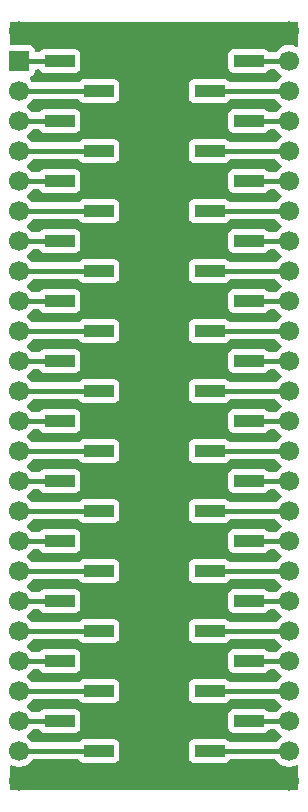
<source format=gbl>
G04 #@! TF.GenerationSoftware,KiCad,Pcbnew,9.0.6*
G04 #@! TF.CreationDate,2026-01-07T12:02:34-06:00*
G04 #@! TF.ProjectId,QFN-48_6x6_P0.4,51464e2d-3438-45f3-9678-365f50302e34,rev?*
G04 #@! TF.SameCoordinates,Original*
G04 #@! TF.FileFunction,Copper,L2,Bot*
G04 #@! TF.FilePolarity,Positive*
%FSLAX46Y46*%
G04 Gerber Fmt 4.6, Leading zero omitted, Abs format (unit mm)*
G04 Created by KiCad (PCBNEW 9.0.6) date 2026-01-07 12:02:34*
%MOMM*%
%LPD*%
G01*
G04 APERTURE LIST*
G04 Aperture macros list*
%AMRotRect*
0 Rectangle, with rotation*
0 The origin of the aperture is its center*
0 $1 length*
0 $2 width*
0 $3 Rotation angle, in degrees counterclockwise*
0 Add horizontal line*
21,1,$1,$2,0,0,$3*%
G04 Aperture macros list end*
G04 #@! TA.AperFunction,HeatsinkPad*
%ADD10C,0.500000*%
G04 #@! TD*
G04 #@! TA.AperFunction,HeatsinkPad*
%ADD11RotRect,4.300000X4.300000X315.000000*%
G04 #@! TD*
G04 #@! TA.AperFunction,ComponentPad*
%ADD12C,1.700000*%
G04 #@! TD*
G04 #@! TA.AperFunction,ComponentPad*
%ADD13R,1.700000X1.700000*%
G04 #@! TD*
G04 #@! TA.AperFunction,SMDPad,CuDef*
%ADD14R,2.510000X1.000000*%
G04 #@! TD*
G04 #@! TA.AperFunction,ViaPad*
%ADD15C,0.600000*%
G04 #@! TD*
G04 #@! TA.AperFunction,Conductor*
%ADD16C,0.450000*%
G04 #@! TD*
G04 APERTURE END LIST*
D10*
X138430000Y-117962994D03*
X137534331Y-118858663D03*
X136638663Y-119754331D03*
X135742994Y-120650000D03*
X139325669Y-118858663D03*
X138430000Y-119754332D03*
X137534332Y-120650000D03*
X136638663Y-121545669D03*
D11*
X138430000Y-120650000D03*
D10*
X140221337Y-119754331D03*
X139325668Y-120650000D03*
X138430000Y-121545668D03*
X137534331Y-122441337D03*
X141117006Y-120650000D03*
X140221337Y-121545669D03*
X139325669Y-122441337D03*
X138430000Y-123337006D03*
D12*
X127000000Y-88900000D03*
D13*
X127000000Y-91440000D03*
D12*
X127000000Y-93980000D03*
X127000000Y-96520000D03*
X127000000Y-99060000D03*
X127000000Y-101600000D03*
X127000000Y-104140000D03*
X127000000Y-106680000D03*
X127000000Y-109220000D03*
X127000000Y-111760000D03*
X127000000Y-114300000D03*
X127000000Y-116840000D03*
X127000000Y-119380000D03*
X127000000Y-121920000D03*
X127000000Y-124460000D03*
X127000000Y-127000000D03*
X127000000Y-129540000D03*
X127000000Y-132080000D03*
X127000000Y-134620000D03*
X127000000Y-137160000D03*
X127000000Y-139700000D03*
X127000000Y-142240000D03*
X127000000Y-144780000D03*
X127000000Y-147320000D03*
X127000000Y-149860000D03*
X127000000Y-152400000D03*
X149860000Y-88900000D03*
X149860000Y-91440000D03*
X149860000Y-93980000D03*
X149860000Y-96520000D03*
X149860000Y-99060000D03*
X149860000Y-101600000D03*
X149860000Y-104140000D03*
X149860000Y-106680000D03*
X149860000Y-109220000D03*
X149860000Y-111760000D03*
X149860000Y-114300000D03*
X149860000Y-116840000D03*
X149860000Y-119380000D03*
X149860000Y-121920000D03*
X149860000Y-124460000D03*
X149860000Y-127000000D03*
X149860000Y-129540000D03*
X149860000Y-132080000D03*
X149860000Y-134620000D03*
X149860000Y-137160000D03*
X149860000Y-139700000D03*
X149860000Y-142240000D03*
X149860000Y-144780000D03*
X149860000Y-147320000D03*
X149860000Y-149860000D03*
X149860000Y-152400000D03*
D14*
X133735000Y-88900000D03*
X130425000Y-91440000D03*
X133735000Y-93980000D03*
X130425000Y-96520000D03*
X133735000Y-99060000D03*
X130425000Y-101600000D03*
X133735000Y-104140000D03*
X130425000Y-106680000D03*
X133735000Y-109220000D03*
X130425000Y-111760000D03*
X133735000Y-114300000D03*
X130425000Y-116840000D03*
X133735000Y-119380000D03*
X130425000Y-121920000D03*
X133735000Y-124460000D03*
X130425000Y-127000000D03*
X133735000Y-129540000D03*
X130425000Y-132080000D03*
X133735000Y-134620000D03*
X130425000Y-137160000D03*
X133735000Y-139700000D03*
X130425000Y-142240000D03*
X133735000Y-144780000D03*
X130425000Y-147320000D03*
X133735000Y-149860000D03*
X130425000Y-152400000D03*
X143125000Y-88900000D03*
X146435000Y-91440000D03*
X143125000Y-93980000D03*
X146435000Y-96520000D03*
X143125000Y-99060000D03*
X146435000Y-101600000D03*
X143125000Y-104140000D03*
X146435000Y-106680000D03*
X143125000Y-109220000D03*
X146435000Y-111760000D03*
X143125000Y-114300000D03*
X146435000Y-116840000D03*
X143125000Y-119380000D03*
X146435000Y-121920000D03*
X143125000Y-124460000D03*
X146435000Y-127000000D03*
X143125000Y-129540000D03*
X146435000Y-132080000D03*
X143125000Y-134620000D03*
X146435000Y-137160000D03*
X143125000Y-139700000D03*
X146435000Y-142240000D03*
X143125000Y-144780000D03*
X146435000Y-147320000D03*
X143125000Y-149860000D03*
X146435000Y-152400000D03*
D15*
X138430000Y-101346000D03*
X138430000Y-139827000D03*
X138430000Y-115951000D03*
X138430000Y-125349000D03*
D16*
X143125000Y-144780000D02*
X149860000Y-144780000D01*
X133735000Y-114300000D02*
X127000000Y-114300000D01*
X127000000Y-96520000D02*
X130425000Y-96520000D01*
X133735000Y-104140000D02*
X127000000Y-104140000D01*
X133735000Y-109220000D02*
X127000000Y-109220000D01*
X127000000Y-91440000D02*
X130425000Y-91440000D01*
X143125000Y-134620000D02*
X149860000Y-134620000D01*
X127000000Y-106680000D02*
X130425000Y-106680000D01*
X149860000Y-142240000D02*
X146435000Y-142240000D01*
X133735000Y-93980000D02*
X127000000Y-93980000D01*
X149860000Y-132080000D02*
X146435000Y-132080000D01*
X127000000Y-149860000D02*
X133735000Y-149860000D01*
X130425000Y-147320000D02*
X127000000Y-147320000D01*
X127000000Y-137160000D02*
X130425000Y-137160000D01*
X133735000Y-139700000D02*
X127000000Y-139700000D01*
X133735000Y-134620000D02*
X127000000Y-134620000D01*
X127000000Y-111760000D02*
X130425000Y-111760000D01*
X133735000Y-124460000D02*
X127000000Y-124460000D01*
X149860000Y-127000000D02*
X146435000Y-127000000D01*
X149860000Y-147320000D02*
X146435000Y-147320000D01*
X127000000Y-142240000D02*
X130425000Y-142240000D01*
X133735000Y-129540000D02*
X127000000Y-129540000D01*
X143125000Y-139700000D02*
X149860000Y-139700000D01*
X127000000Y-127000000D02*
X130425000Y-127000000D01*
X143125000Y-149860000D02*
X149860000Y-149860000D01*
X149860000Y-137160000D02*
X146435000Y-137160000D01*
X143125000Y-129540000D02*
X149860000Y-129540000D01*
X127000000Y-132080000D02*
X130425000Y-132080000D01*
X127000000Y-101600000D02*
X130425000Y-101600000D01*
X133735000Y-99060000D02*
X127000000Y-99060000D01*
X127000000Y-121920000D02*
X130425000Y-121920000D01*
X133735000Y-119380000D02*
X127000000Y-119380000D01*
X127000000Y-116840000D02*
X130425000Y-116840000D01*
X133735000Y-144780000D02*
X127000000Y-144780000D01*
X143125000Y-104140000D02*
X149860000Y-104140000D01*
X149860000Y-111760000D02*
X146435000Y-111760000D01*
X143125000Y-109220000D02*
X149860000Y-109220000D01*
X149860000Y-91440000D02*
X146435000Y-91440000D01*
X143125000Y-124460000D02*
X149860000Y-124460000D01*
X143125000Y-119380000D02*
X149860000Y-119380000D01*
X133735000Y-88900000D02*
X127000000Y-88900000D01*
X143125000Y-88900000D02*
X149860000Y-88900000D01*
X130425000Y-152400000D02*
X127000000Y-152400000D01*
X146435000Y-152400000D02*
X149860000Y-152400000D01*
X143125000Y-99060000D02*
X149860000Y-99060000D01*
X143125000Y-93980000D02*
X149860000Y-93980000D01*
X143125000Y-114300000D02*
X149860000Y-114300000D01*
X149860000Y-96520000D02*
X146435000Y-96520000D01*
X149860000Y-101600000D02*
X146435000Y-101600000D01*
X149860000Y-106680000D02*
X146435000Y-106680000D01*
X149860000Y-116840000D02*
X146435000Y-116840000D01*
X149860000Y-121920000D02*
X146435000Y-121920000D01*
G04 #@! TA.AperFunction,Conductor*
G36*
X150572539Y-88150185D02*
G01*
X150618294Y-88202989D01*
X150629500Y-88254500D01*
X150629500Y-90114028D01*
X150609815Y-90181067D01*
X150557011Y-90226822D01*
X150487853Y-90236766D01*
X150449206Y-90224513D01*
X150378417Y-90188445D01*
X150378414Y-90188444D01*
X150378412Y-90188443D01*
X150176243Y-90122754D01*
X150176241Y-90122753D01*
X150176240Y-90122753D01*
X150014957Y-90097208D01*
X149966287Y-90089500D01*
X149753713Y-90089500D01*
X149705042Y-90097208D01*
X149543760Y-90122753D01*
X149341585Y-90188444D01*
X149152179Y-90284951D01*
X148980213Y-90409890D01*
X148829892Y-90560211D01*
X148754935Y-90663384D01*
X148699605Y-90706051D01*
X148654616Y-90714500D01*
X148208465Y-90714500D01*
X148141426Y-90694815D01*
X148109198Y-90664811D01*
X148092130Y-90642011D01*
X148047546Y-90582454D01*
X147993679Y-90542129D01*
X147932335Y-90496206D01*
X147932328Y-90496202D01*
X147797482Y-90445908D01*
X147797483Y-90445908D01*
X147737883Y-90439501D01*
X147737881Y-90439500D01*
X147737873Y-90439500D01*
X147737864Y-90439500D01*
X145132129Y-90439500D01*
X145132123Y-90439501D01*
X145072516Y-90445908D01*
X144937671Y-90496202D01*
X144937664Y-90496206D01*
X144822455Y-90582452D01*
X144822452Y-90582455D01*
X144736206Y-90697664D01*
X144736202Y-90697671D01*
X144685908Y-90832517D01*
X144679501Y-90892116D01*
X144679501Y-90892123D01*
X144679500Y-90892135D01*
X144679500Y-91987870D01*
X144679501Y-91987876D01*
X144685908Y-92047483D01*
X144736202Y-92182328D01*
X144736206Y-92182335D01*
X144822452Y-92297544D01*
X144822455Y-92297547D01*
X144937664Y-92383793D01*
X144937671Y-92383797D01*
X145072517Y-92434091D01*
X145072516Y-92434091D01*
X145079444Y-92434835D01*
X145132127Y-92440500D01*
X147737872Y-92440499D01*
X147797483Y-92434091D01*
X147932331Y-92383796D01*
X148047546Y-92297546D01*
X148109199Y-92215188D01*
X148165132Y-92173318D01*
X148208465Y-92165500D01*
X148654616Y-92165500D01*
X148721655Y-92185185D01*
X148754934Y-92216615D01*
X148770383Y-92237878D01*
X148829892Y-92319788D01*
X148980213Y-92470109D01*
X149152182Y-92595050D01*
X149160946Y-92599516D01*
X149211742Y-92647491D01*
X149228536Y-92715312D01*
X149205998Y-92781447D01*
X149160946Y-92820484D01*
X149152182Y-92824949D01*
X148980213Y-92949890D01*
X148829892Y-93100211D01*
X148754935Y-93203384D01*
X148699605Y-93246051D01*
X148654616Y-93254500D01*
X144898465Y-93254500D01*
X144831426Y-93234815D01*
X144799198Y-93204811D01*
X144798130Y-93203384D01*
X144737546Y-93122454D01*
X144707829Y-93100208D01*
X144622335Y-93036206D01*
X144622328Y-93036202D01*
X144487482Y-92985908D01*
X144487483Y-92985908D01*
X144427883Y-92979501D01*
X144427881Y-92979500D01*
X144427873Y-92979500D01*
X144427864Y-92979500D01*
X141822129Y-92979500D01*
X141822123Y-92979501D01*
X141762516Y-92985908D01*
X141627671Y-93036202D01*
X141627664Y-93036206D01*
X141512455Y-93122452D01*
X141512452Y-93122455D01*
X141426206Y-93237664D01*
X141426202Y-93237671D01*
X141375908Y-93372517D01*
X141369501Y-93432116D01*
X141369501Y-93432123D01*
X141369500Y-93432135D01*
X141369500Y-94527870D01*
X141369501Y-94527876D01*
X141375908Y-94587483D01*
X141426202Y-94722328D01*
X141426206Y-94722335D01*
X141512452Y-94837544D01*
X141512455Y-94837547D01*
X141627664Y-94923793D01*
X141627671Y-94923797D01*
X141762517Y-94974091D01*
X141762516Y-94974091D01*
X141769444Y-94974835D01*
X141822127Y-94980500D01*
X144427872Y-94980499D01*
X144487483Y-94974091D01*
X144622331Y-94923796D01*
X144737546Y-94837546D01*
X144799199Y-94755188D01*
X144855132Y-94713318D01*
X144898465Y-94705500D01*
X148654616Y-94705500D01*
X148721655Y-94725185D01*
X148754935Y-94756616D01*
X148829892Y-94859788D01*
X148980213Y-95010109D01*
X149152182Y-95135050D01*
X149160946Y-95139516D01*
X149211742Y-95187491D01*
X149228536Y-95255312D01*
X149205998Y-95321447D01*
X149160946Y-95360484D01*
X149152182Y-95364949D01*
X148980213Y-95489890D01*
X148829892Y-95640211D01*
X148754935Y-95743384D01*
X148699605Y-95786051D01*
X148654616Y-95794500D01*
X148208465Y-95794500D01*
X148141426Y-95774815D01*
X148109198Y-95744811D01*
X148108130Y-95743384D01*
X148047546Y-95662454D01*
X148017829Y-95640208D01*
X147932335Y-95576206D01*
X147932328Y-95576202D01*
X147797482Y-95525908D01*
X147797483Y-95525908D01*
X147737883Y-95519501D01*
X147737881Y-95519500D01*
X147737873Y-95519500D01*
X147737864Y-95519500D01*
X145132129Y-95519500D01*
X145132123Y-95519501D01*
X145072516Y-95525908D01*
X144937671Y-95576202D01*
X144937664Y-95576206D01*
X144822455Y-95662452D01*
X144822452Y-95662455D01*
X144736206Y-95777664D01*
X144736202Y-95777671D01*
X144685908Y-95912517D01*
X144679501Y-95972116D01*
X144679501Y-95972123D01*
X144679500Y-95972135D01*
X144679500Y-97067870D01*
X144679501Y-97067876D01*
X144685908Y-97127483D01*
X144736202Y-97262328D01*
X144736206Y-97262335D01*
X144822452Y-97377544D01*
X144822455Y-97377547D01*
X144937664Y-97463793D01*
X144937671Y-97463797D01*
X145072517Y-97514091D01*
X145072516Y-97514091D01*
X145079444Y-97514835D01*
X145132127Y-97520500D01*
X147737872Y-97520499D01*
X147797483Y-97514091D01*
X147932331Y-97463796D01*
X148047546Y-97377546D01*
X148109199Y-97295188D01*
X148165132Y-97253318D01*
X148208465Y-97245500D01*
X148654616Y-97245500D01*
X148721655Y-97265185D01*
X148754935Y-97296616D01*
X148829892Y-97399788D01*
X148980213Y-97550109D01*
X149152182Y-97675050D01*
X149160946Y-97679516D01*
X149211742Y-97727491D01*
X149228536Y-97795312D01*
X149205998Y-97861447D01*
X149160946Y-97900484D01*
X149152182Y-97904949D01*
X148980213Y-98029890D01*
X148829892Y-98180211D01*
X148754935Y-98283384D01*
X148699605Y-98326051D01*
X148654616Y-98334500D01*
X144898465Y-98334500D01*
X144831426Y-98314815D01*
X144799198Y-98284811D01*
X144798130Y-98283384D01*
X144737546Y-98202454D01*
X144707829Y-98180208D01*
X144622335Y-98116206D01*
X144622328Y-98116202D01*
X144487482Y-98065908D01*
X144487483Y-98065908D01*
X144427883Y-98059501D01*
X144427881Y-98059500D01*
X144427873Y-98059500D01*
X144427864Y-98059500D01*
X141822129Y-98059500D01*
X141822123Y-98059501D01*
X141762516Y-98065908D01*
X141627671Y-98116202D01*
X141627664Y-98116206D01*
X141512455Y-98202452D01*
X141512452Y-98202455D01*
X141426206Y-98317664D01*
X141426202Y-98317671D01*
X141375908Y-98452517D01*
X141369501Y-98512116D01*
X141369501Y-98512123D01*
X141369500Y-98512135D01*
X141369500Y-99607870D01*
X141369501Y-99607876D01*
X141375908Y-99667483D01*
X141426202Y-99802328D01*
X141426206Y-99802335D01*
X141512452Y-99917544D01*
X141512455Y-99917547D01*
X141627664Y-100003793D01*
X141627671Y-100003797D01*
X141762517Y-100054091D01*
X141762516Y-100054091D01*
X141769444Y-100054835D01*
X141822127Y-100060500D01*
X144427872Y-100060499D01*
X144487483Y-100054091D01*
X144622331Y-100003796D01*
X144737546Y-99917546D01*
X144799199Y-99835188D01*
X144855132Y-99793318D01*
X144898465Y-99785500D01*
X148654616Y-99785500D01*
X148721655Y-99805185D01*
X148754935Y-99836616D01*
X148829892Y-99939788D01*
X148980213Y-100090109D01*
X149152182Y-100215050D01*
X149160946Y-100219516D01*
X149211742Y-100267491D01*
X149228536Y-100335312D01*
X149205998Y-100401447D01*
X149160946Y-100440484D01*
X149152182Y-100444949D01*
X148980213Y-100569890D01*
X148829892Y-100720211D01*
X148754935Y-100823384D01*
X148699605Y-100866051D01*
X148654616Y-100874500D01*
X148208465Y-100874500D01*
X148141426Y-100854815D01*
X148109198Y-100824811D01*
X148108130Y-100823384D01*
X148047546Y-100742454D01*
X148017829Y-100720208D01*
X147932335Y-100656206D01*
X147932328Y-100656202D01*
X147797482Y-100605908D01*
X147797483Y-100605908D01*
X147737883Y-100599501D01*
X147737881Y-100599500D01*
X147737873Y-100599500D01*
X147737864Y-100599500D01*
X145132129Y-100599500D01*
X145132123Y-100599501D01*
X145072516Y-100605908D01*
X144937671Y-100656202D01*
X144937664Y-100656206D01*
X144822455Y-100742452D01*
X144822452Y-100742455D01*
X144736206Y-100857664D01*
X144736202Y-100857671D01*
X144685908Y-100992517D01*
X144679501Y-101052116D01*
X144679501Y-101052123D01*
X144679500Y-101052135D01*
X144679500Y-102147870D01*
X144679501Y-102147876D01*
X144685908Y-102207483D01*
X144736202Y-102342328D01*
X144736206Y-102342335D01*
X144822452Y-102457544D01*
X144822455Y-102457547D01*
X144937664Y-102543793D01*
X144937671Y-102543797D01*
X145072517Y-102594091D01*
X145072516Y-102594091D01*
X145079444Y-102594835D01*
X145132127Y-102600500D01*
X147737872Y-102600499D01*
X147797483Y-102594091D01*
X147932331Y-102543796D01*
X148047546Y-102457546D01*
X148109199Y-102375188D01*
X148165132Y-102333318D01*
X148208465Y-102325500D01*
X148654616Y-102325500D01*
X148721655Y-102345185D01*
X148754935Y-102376616D01*
X148829892Y-102479788D01*
X148980213Y-102630109D01*
X149152182Y-102755050D01*
X149160946Y-102759516D01*
X149211742Y-102807491D01*
X149228536Y-102875312D01*
X149205998Y-102941447D01*
X149160946Y-102980484D01*
X149152182Y-102984949D01*
X148980213Y-103109890D01*
X148829892Y-103260211D01*
X148754935Y-103363384D01*
X148699605Y-103406051D01*
X148654616Y-103414500D01*
X144898465Y-103414500D01*
X144831426Y-103394815D01*
X144799198Y-103364811D01*
X144798130Y-103363384D01*
X144737546Y-103282454D01*
X144707829Y-103260208D01*
X144622335Y-103196206D01*
X144622328Y-103196202D01*
X144487482Y-103145908D01*
X144487483Y-103145908D01*
X144427883Y-103139501D01*
X144427881Y-103139500D01*
X144427873Y-103139500D01*
X144427864Y-103139500D01*
X141822129Y-103139500D01*
X141822123Y-103139501D01*
X141762516Y-103145908D01*
X141627671Y-103196202D01*
X141627664Y-103196206D01*
X141512455Y-103282452D01*
X141512452Y-103282455D01*
X141426206Y-103397664D01*
X141426202Y-103397671D01*
X141375908Y-103532517D01*
X141369501Y-103592116D01*
X141369501Y-103592123D01*
X141369500Y-103592135D01*
X141369500Y-104687870D01*
X141369501Y-104687876D01*
X141375908Y-104747483D01*
X141426202Y-104882328D01*
X141426206Y-104882335D01*
X141512452Y-104997544D01*
X141512455Y-104997547D01*
X141627664Y-105083793D01*
X141627671Y-105083797D01*
X141762517Y-105134091D01*
X141762516Y-105134091D01*
X141769444Y-105134835D01*
X141822127Y-105140500D01*
X144427872Y-105140499D01*
X144487483Y-105134091D01*
X144622331Y-105083796D01*
X144737546Y-104997546D01*
X144799199Y-104915188D01*
X144855132Y-104873318D01*
X144898465Y-104865500D01*
X148654616Y-104865500D01*
X148721655Y-104885185D01*
X148754935Y-104916616D01*
X148829892Y-105019788D01*
X148980213Y-105170109D01*
X149152182Y-105295050D01*
X149160946Y-105299516D01*
X149211742Y-105347491D01*
X149228536Y-105415312D01*
X149205998Y-105481447D01*
X149160946Y-105520484D01*
X149152182Y-105524949D01*
X148980213Y-105649890D01*
X148829892Y-105800211D01*
X148754935Y-105903384D01*
X148699605Y-105946051D01*
X148654616Y-105954500D01*
X148208465Y-105954500D01*
X148141426Y-105934815D01*
X148109198Y-105904811D01*
X148108130Y-105903384D01*
X148047546Y-105822454D01*
X148017829Y-105800208D01*
X147932335Y-105736206D01*
X147932328Y-105736202D01*
X147797482Y-105685908D01*
X147797483Y-105685908D01*
X147737883Y-105679501D01*
X147737881Y-105679500D01*
X147737873Y-105679500D01*
X147737864Y-105679500D01*
X145132129Y-105679500D01*
X145132123Y-105679501D01*
X145072516Y-105685908D01*
X144937671Y-105736202D01*
X144937664Y-105736206D01*
X144822455Y-105822452D01*
X144822452Y-105822455D01*
X144736206Y-105937664D01*
X144736202Y-105937671D01*
X144685908Y-106072517D01*
X144679501Y-106132116D01*
X144679501Y-106132123D01*
X144679500Y-106132135D01*
X144679500Y-107227870D01*
X144679501Y-107227876D01*
X144685908Y-107287483D01*
X144736202Y-107422328D01*
X144736206Y-107422335D01*
X144822452Y-107537544D01*
X144822455Y-107537547D01*
X144937664Y-107623793D01*
X144937671Y-107623797D01*
X145072517Y-107674091D01*
X145072516Y-107674091D01*
X145079444Y-107674835D01*
X145132127Y-107680500D01*
X147737872Y-107680499D01*
X147797483Y-107674091D01*
X147932331Y-107623796D01*
X148047546Y-107537546D01*
X148109199Y-107455188D01*
X148165132Y-107413318D01*
X148208465Y-107405500D01*
X148654616Y-107405500D01*
X148721655Y-107425185D01*
X148754935Y-107456616D01*
X148829892Y-107559788D01*
X148980213Y-107710109D01*
X149152182Y-107835050D01*
X149160946Y-107839516D01*
X149211742Y-107887491D01*
X149228536Y-107955312D01*
X149205998Y-108021447D01*
X149160946Y-108060484D01*
X149152182Y-108064949D01*
X148980213Y-108189890D01*
X148829892Y-108340211D01*
X148754935Y-108443384D01*
X148699605Y-108486051D01*
X148654616Y-108494500D01*
X144898465Y-108494500D01*
X144831426Y-108474815D01*
X144799198Y-108444811D01*
X144798130Y-108443384D01*
X144737546Y-108362454D01*
X144707829Y-108340208D01*
X144622335Y-108276206D01*
X144622328Y-108276202D01*
X144487482Y-108225908D01*
X144487483Y-108225908D01*
X144427883Y-108219501D01*
X144427881Y-108219500D01*
X144427873Y-108219500D01*
X144427864Y-108219500D01*
X141822129Y-108219500D01*
X141822123Y-108219501D01*
X141762516Y-108225908D01*
X141627671Y-108276202D01*
X141627664Y-108276206D01*
X141512455Y-108362452D01*
X141512452Y-108362455D01*
X141426206Y-108477664D01*
X141426202Y-108477671D01*
X141375908Y-108612517D01*
X141369501Y-108672116D01*
X141369501Y-108672123D01*
X141369500Y-108672135D01*
X141369500Y-109767870D01*
X141369501Y-109767876D01*
X141375908Y-109827483D01*
X141426202Y-109962328D01*
X141426206Y-109962335D01*
X141512452Y-110077544D01*
X141512455Y-110077547D01*
X141627664Y-110163793D01*
X141627671Y-110163797D01*
X141762517Y-110214091D01*
X141762516Y-110214091D01*
X141769444Y-110214835D01*
X141822127Y-110220500D01*
X144427872Y-110220499D01*
X144487483Y-110214091D01*
X144622331Y-110163796D01*
X144737546Y-110077546D01*
X144799199Y-109995188D01*
X144855132Y-109953318D01*
X144898465Y-109945500D01*
X148654616Y-109945500D01*
X148721655Y-109965185D01*
X148754935Y-109996616D01*
X148829892Y-110099788D01*
X148980213Y-110250109D01*
X149152182Y-110375050D01*
X149160946Y-110379516D01*
X149211742Y-110427491D01*
X149228536Y-110495312D01*
X149205998Y-110561447D01*
X149160946Y-110600484D01*
X149152182Y-110604949D01*
X148980213Y-110729890D01*
X148829892Y-110880211D01*
X148754935Y-110983384D01*
X148699605Y-111026051D01*
X148654616Y-111034500D01*
X148208465Y-111034500D01*
X148141426Y-111014815D01*
X148109198Y-110984811D01*
X148108130Y-110983384D01*
X148047546Y-110902454D01*
X148017829Y-110880208D01*
X147932335Y-110816206D01*
X147932328Y-110816202D01*
X147797482Y-110765908D01*
X147797483Y-110765908D01*
X147737883Y-110759501D01*
X147737881Y-110759500D01*
X147737873Y-110759500D01*
X147737864Y-110759500D01*
X145132129Y-110759500D01*
X145132123Y-110759501D01*
X145072516Y-110765908D01*
X144937671Y-110816202D01*
X144937664Y-110816206D01*
X144822455Y-110902452D01*
X144822452Y-110902455D01*
X144736206Y-111017664D01*
X144736202Y-111017671D01*
X144685908Y-111152517D01*
X144679501Y-111212116D01*
X144679501Y-111212123D01*
X144679500Y-111212135D01*
X144679500Y-112307870D01*
X144679501Y-112307876D01*
X144685908Y-112367483D01*
X144736202Y-112502328D01*
X144736206Y-112502335D01*
X144822452Y-112617544D01*
X144822455Y-112617547D01*
X144937664Y-112703793D01*
X144937671Y-112703797D01*
X145072517Y-112754091D01*
X145072516Y-112754091D01*
X145079444Y-112754835D01*
X145132127Y-112760500D01*
X147737872Y-112760499D01*
X147797483Y-112754091D01*
X147932331Y-112703796D01*
X148047546Y-112617546D01*
X148109199Y-112535188D01*
X148165132Y-112493318D01*
X148208465Y-112485500D01*
X148654616Y-112485500D01*
X148721655Y-112505185D01*
X148754935Y-112536616D01*
X148829892Y-112639788D01*
X148980213Y-112790109D01*
X149152182Y-112915050D01*
X149160946Y-112919516D01*
X149211742Y-112967491D01*
X149228536Y-113035312D01*
X149205998Y-113101447D01*
X149160946Y-113140484D01*
X149152182Y-113144949D01*
X148980213Y-113269890D01*
X148829892Y-113420211D01*
X148754935Y-113523384D01*
X148699605Y-113566051D01*
X148654616Y-113574500D01*
X144898465Y-113574500D01*
X144831426Y-113554815D01*
X144799198Y-113524811D01*
X144798130Y-113523384D01*
X144737546Y-113442454D01*
X144707829Y-113420208D01*
X144622335Y-113356206D01*
X144622328Y-113356202D01*
X144487482Y-113305908D01*
X144487483Y-113305908D01*
X144427883Y-113299501D01*
X144427881Y-113299500D01*
X144427873Y-113299500D01*
X144427864Y-113299500D01*
X141822129Y-113299500D01*
X141822123Y-113299501D01*
X141762516Y-113305908D01*
X141627671Y-113356202D01*
X141627664Y-113356206D01*
X141512455Y-113442452D01*
X141512452Y-113442455D01*
X141426206Y-113557664D01*
X141426202Y-113557671D01*
X141375908Y-113692517D01*
X141369501Y-113752116D01*
X141369501Y-113752123D01*
X141369500Y-113752135D01*
X141369500Y-114847870D01*
X141369501Y-114847876D01*
X141375908Y-114907483D01*
X141426202Y-115042328D01*
X141426206Y-115042335D01*
X141512452Y-115157544D01*
X141512455Y-115157547D01*
X141627664Y-115243793D01*
X141627671Y-115243797D01*
X141762517Y-115294091D01*
X141762516Y-115294091D01*
X141769444Y-115294835D01*
X141822127Y-115300500D01*
X144427872Y-115300499D01*
X144487483Y-115294091D01*
X144622331Y-115243796D01*
X144737546Y-115157546D01*
X144799199Y-115075188D01*
X144855132Y-115033318D01*
X144898465Y-115025500D01*
X148654616Y-115025500D01*
X148721655Y-115045185D01*
X148754935Y-115076616D01*
X148829892Y-115179788D01*
X148980213Y-115330109D01*
X149152182Y-115455050D01*
X149160946Y-115459516D01*
X149211742Y-115507491D01*
X149228536Y-115575312D01*
X149205998Y-115641447D01*
X149160946Y-115680484D01*
X149152182Y-115684949D01*
X148980213Y-115809890D01*
X148829892Y-115960211D01*
X148754935Y-116063384D01*
X148699605Y-116106051D01*
X148654616Y-116114500D01*
X148208465Y-116114500D01*
X148141426Y-116094815D01*
X148109198Y-116064811D01*
X148108130Y-116063384D01*
X148047546Y-115982454D01*
X148017829Y-115960208D01*
X147932335Y-115896206D01*
X147932328Y-115896202D01*
X147797482Y-115845908D01*
X147797483Y-115845908D01*
X147737883Y-115839501D01*
X147737881Y-115839500D01*
X147737873Y-115839500D01*
X147737864Y-115839500D01*
X145132129Y-115839500D01*
X145132123Y-115839501D01*
X145072516Y-115845908D01*
X144937671Y-115896202D01*
X144937664Y-115896206D01*
X144822455Y-115982452D01*
X144822452Y-115982455D01*
X144736206Y-116097664D01*
X144736202Y-116097671D01*
X144685908Y-116232517D01*
X144679501Y-116292116D01*
X144679501Y-116292123D01*
X144679500Y-116292135D01*
X144679500Y-117387870D01*
X144679501Y-117387876D01*
X144685908Y-117447483D01*
X144736202Y-117582328D01*
X144736206Y-117582335D01*
X144822452Y-117697544D01*
X144822455Y-117697547D01*
X144937664Y-117783793D01*
X144937671Y-117783797D01*
X145072517Y-117834091D01*
X145072516Y-117834091D01*
X145079444Y-117834835D01*
X145132127Y-117840500D01*
X147737872Y-117840499D01*
X147797483Y-117834091D01*
X147932331Y-117783796D01*
X148047546Y-117697546D01*
X148109199Y-117615188D01*
X148165132Y-117573318D01*
X148208465Y-117565500D01*
X148654616Y-117565500D01*
X148721655Y-117585185D01*
X148754935Y-117616616D01*
X148829892Y-117719788D01*
X148980213Y-117870109D01*
X149152182Y-117995050D01*
X149160946Y-117999516D01*
X149211742Y-118047491D01*
X149228536Y-118115312D01*
X149205998Y-118181447D01*
X149160946Y-118220484D01*
X149152182Y-118224949D01*
X148980213Y-118349890D01*
X148829892Y-118500211D01*
X148754935Y-118603384D01*
X148699605Y-118646051D01*
X148654616Y-118654500D01*
X144898465Y-118654500D01*
X144831426Y-118634815D01*
X144799198Y-118604811D01*
X144798130Y-118603384D01*
X144737546Y-118522454D01*
X144707829Y-118500208D01*
X144622335Y-118436206D01*
X144622328Y-118436202D01*
X144487482Y-118385908D01*
X144487483Y-118385908D01*
X144427883Y-118379501D01*
X144427881Y-118379500D01*
X144427873Y-118379500D01*
X144427864Y-118379500D01*
X141822129Y-118379500D01*
X141822123Y-118379501D01*
X141762516Y-118385908D01*
X141627671Y-118436202D01*
X141627664Y-118436206D01*
X141512455Y-118522452D01*
X141512452Y-118522455D01*
X141426206Y-118637664D01*
X141426202Y-118637671D01*
X141375908Y-118772517D01*
X141369501Y-118832116D01*
X141369501Y-118832123D01*
X141369500Y-118832135D01*
X141369500Y-119927870D01*
X141369501Y-119927876D01*
X141375908Y-119987483D01*
X141426202Y-120122328D01*
X141426206Y-120122335D01*
X141512452Y-120237544D01*
X141512455Y-120237547D01*
X141627664Y-120323793D01*
X141627671Y-120323797D01*
X141762517Y-120374091D01*
X141762516Y-120374091D01*
X141769444Y-120374835D01*
X141822127Y-120380500D01*
X144427872Y-120380499D01*
X144487483Y-120374091D01*
X144622331Y-120323796D01*
X144737546Y-120237546D01*
X144799199Y-120155188D01*
X144855132Y-120113318D01*
X144898465Y-120105500D01*
X148654616Y-120105500D01*
X148721655Y-120125185D01*
X148754935Y-120156616D01*
X148829892Y-120259788D01*
X148980213Y-120410109D01*
X149152182Y-120535050D01*
X149160946Y-120539516D01*
X149211742Y-120587491D01*
X149228536Y-120655312D01*
X149205998Y-120721447D01*
X149160946Y-120760484D01*
X149152182Y-120764949D01*
X148980213Y-120889890D01*
X148829892Y-121040211D01*
X148754935Y-121143384D01*
X148699605Y-121186051D01*
X148654616Y-121194500D01*
X148208465Y-121194500D01*
X148141426Y-121174815D01*
X148109198Y-121144811D01*
X148108130Y-121143384D01*
X148047546Y-121062454D01*
X148017829Y-121040208D01*
X147932335Y-120976206D01*
X147932328Y-120976202D01*
X147797482Y-120925908D01*
X147797483Y-120925908D01*
X147737883Y-120919501D01*
X147737881Y-120919500D01*
X147737873Y-120919500D01*
X147737864Y-120919500D01*
X145132129Y-120919500D01*
X145132123Y-120919501D01*
X145072516Y-120925908D01*
X144937671Y-120976202D01*
X144937664Y-120976206D01*
X144822455Y-121062452D01*
X144822452Y-121062455D01*
X144736206Y-121177664D01*
X144736202Y-121177671D01*
X144685908Y-121312517D01*
X144679501Y-121372116D01*
X144679501Y-121372123D01*
X144679500Y-121372135D01*
X144679500Y-122467870D01*
X144679501Y-122467876D01*
X144685908Y-122527483D01*
X144736202Y-122662328D01*
X144736206Y-122662335D01*
X144822452Y-122777544D01*
X144822455Y-122777547D01*
X144937664Y-122863793D01*
X144937671Y-122863797D01*
X145072517Y-122914091D01*
X145072516Y-122914091D01*
X145079444Y-122914835D01*
X145132127Y-122920500D01*
X147737872Y-122920499D01*
X147797483Y-122914091D01*
X147932331Y-122863796D01*
X148047546Y-122777546D01*
X148109199Y-122695188D01*
X148165132Y-122653318D01*
X148208465Y-122645500D01*
X148654616Y-122645500D01*
X148721655Y-122665185D01*
X148754935Y-122696616D01*
X148829892Y-122799788D01*
X148980213Y-122950109D01*
X149152182Y-123075050D01*
X149160946Y-123079516D01*
X149211742Y-123127491D01*
X149228536Y-123195312D01*
X149205998Y-123261447D01*
X149160946Y-123300484D01*
X149152182Y-123304949D01*
X148980213Y-123429890D01*
X148829892Y-123580211D01*
X148754935Y-123683384D01*
X148699605Y-123726051D01*
X148654616Y-123734500D01*
X144898465Y-123734500D01*
X144831426Y-123714815D01*
X144799198Y-123684811D01*
X144798130Y-123683384D01*
X144737546Y-123602454D01*
X144707829Y-123580208D01*
X144622335Y-123516206D01*
X144622328Y-123516202D01*
X144487482Y-123465908D01*
X144487483Y-123465908D01*
X144427883Y-123459501D01*
X144427881Y-123459500D01*
X144427873Y-123459500D01*
X144427864Y-123459500D01*
X141822129Y-123459500D01*
X141822123Y-123459501D01*
X141762516Y-123465908D01*
X141627671Y-123516202D01*
X141627664Y-123516206D01*
X141512455Y-123602452D01*
X141512452Y-123602455D01*
X141426206Y-123717664D01*
X141426202Y-123717671D01*
X141375908Y-123852517D01*
X141369501Y-123912116D01*
X141369501Y-123912123D01*
X141369500Y-123912135D01*
X141369500Y-125007870D01*
X141369501Y-125007876D01*
X141375908Y-125067483D01*
X141426202Y-125202328D01*
X141426206Y-125202335D01*
X141512452Y-125317544D01*
X141512455Y-125317547D01*
X141627664Y-125403793D01*
X141627671Y-125403797D01*
X141762517Y-125454091D01*
X141762516Y-125454091D01*
X141769444Y-125454835D01*
X141822127Y-125460500D01*
X144427872Y-125460499D01*
X144487483Y-125454091D01*
X144622331Y-125403796D01*
X144737546Y-125317546D01*
X144799199Y-125235188D01*
X144855132Y-125193318D01*
X144898465Y-125185500D01*
X148654616Y-125185500D01*
X148721655Y-125205185D01*
X148754935Y-125236616D01*
X148829892Y-125339788D01*
X148980213Y-125490109D01*
X149152182Y-125615050D01*
X149160946Y-125619516D01*
X149211742Y-125667491D01*
X149228536Y-125735312D01*
X149205998Y-125801447D01*
X149160946Y-125840484D01*
X149152182Y-125844949D01*
X148980213Y-125969890D01*
X148829892Y-126120211D01*
X148754935Y-126223384D01*
X148699605Y-126266051D01*
X148654616Y-126274500D01*
X148208465Y-126274500D01*
X148141426Y-126254815D01*
X148109198Y-126224811D01*
X148108130Y-126223384D01*
X148047546Y-126142454D01*
X148017829Y-126120208D01*
X147932335Y-126056206D01*
X147932328Y-126056202D01*
X147797482Y-126005908D01*
X147797483Y-126005908D01*
X147737883Y-125999501D01*
X147737881Y-125999500D01*
X147737873Y-125999500D01*
X147737864Y-125999500D01*
X145132129Y-125999500D01*
X145132123Y-125999501D01*
X145072516Y-126005908D01*
X144937671Y-126056202D01*
X144937664Y-126056206D01*
X144822455Y-126142452D01*
X144822452Y-126142455D01*
X144736206Y-126257664D01*
X144736202Y-126257671D01*
X144685908Y-126392517D01*
X144679501Y-126452116D01*
X144679501Y-126452123D01*
X144679500Y-126452135D01*
X144679500Y-127547870D01*
X144679501Y-127547876D01*
X144685908Y-127607483D01*
X144736202Y-127742328D01*
X144736206Y-127742335D01*
X144822452Y-127857544D01*
X144822455Y-127857547D01*
X144937664Y-127943793D01*
X144937671Y-127943797D01*
X145072517Y-127994091D01*
X145072516Y-127994091D01*
X145079444Y-127994835D01*
X145132127Y-128000500D01*
X147737872Y-128000499D01*
X147797483Y-127994091D01*
X147932331Y-127943796D01*
X148047546Y-127857546D01*
X148109199Y-127775188D01*
X148165132Y-127733318D01*
X148208465Y-127725500D01*
X148654616Y-127725500D01*
X148721655Y-127745185D01*
X148754935Y-127776616D01*
X148829892Y-127879788D01*
X148980213Y-128030109D01*
X149152182Y-128155050D01*
X149160946Y-128159516D01*
X149211742Y-128207491D01*
X149228536Y-128275312D01*
X149205998Y-128341447D01*
X149160946Y-128380484D01*
X149152182Y-128384949D01*
X148980213Y-128509890D01*
X148829892Y-128660211D01*
X148754935Y-128763384D01*
X148699605Y-128806051D01*
X148654616Y-128814500D01*
X144898465Y-128814500D01*
X144831426Y-128794815D01*
X144799198Y-128764811D01*
X144798130Y-128763384D01*
X144737546Y-128682454D01*
X144707829Y-128660208D01*
X144622335Y-128596206D01*
X144622328Y-128596202D01*
X144487482Y-128545908D01*
X144487483Y-128545908D01*
X144427883Y-128539501D01*
X144427881Y-128539500D01*
X144427873Y-128539500D01*
X144427864Y-128539500D01*
X141822129Y-128539500D01*
X141822123Y-128539501D01*
X141762516Y-128545908D01*
X141627671Y-128596202D01*
X141627664Y-128596206D01*
X141512455Y-128682452D01*
X141512452Y-128682455D01*
X141426206Y-128797664D01*
X141426202Y-128797671D01*
X141375908Y-128932517D01*
X141369501Y-128992116D01*
X141369501Y-128992123D01*
X141369500Y-128992135D01*
X141369500Y-130087870D01*
X141369501Y-130087876D01*
X141375908Y-130147483D01*
X141426202Y-130282328D01*
X141426206Y-130282335D01*
X141512452Y-130397544D01*
X141512455Y-130397547D01*
X141627664Y-130483793D01*
X141627671Y-130483797D01*
X141762517Y-130534091D01*
X141762516Y-130534091D01*
X141769444Y-130534835D01*
X141822127Y-130540500D01*
X144427872Y-130540499D01*
X144487483Y-130534091D01*
X144622331Y-130483796D01*
X144737546Y-130397546D01*
X144799199Y-130315188D01*
X144855132Y-130273318D01*
X144898465Y-130265500D01*
X148654616Y-130265500D01*
X148721655Y-130285185D01*
X148754935Y-130316616D01*
X148829892Y-130419788D01*
X148980213Y-130570109D01*
X149152182Y-130695050D01*
X149160946Y-130699516D01*
X149211742Y-130747491D01*
X149228536Y-130815312D01*
X149205998Y-130881447D01*
X149160946Y-130920484D01*
X149152182Y-130924949D01*
X148980213Y-131049890D01*
X148829892Y-131200211D01*
X148754935Y-131303384D01*
X148699605Y-131346051D01*
X148654616Y-131354500D01*
X148208465Y-131354500D01*
X148141426Y-131334815D01*
X148109198Y-131304811D01*
X148108130Y-131303384D01*
X148047546Y-131222454D01*
X148017829Y-131200208D01*
X147932335Y-131136206D01*
X147932328Y-131136202D01*
X147797482Y-131085908D01*
X147797483Y-131085908D01*
X147737883Y-131079501D01*
X147737881Y-131079500D01*
X147737873Y-131079500D01*
X147737864Y-131079500D01*
X145132129Y-131079500D01*
X145132123Y-131079501D01*
X145072516Y-131085908D01*
X144937671Y-131136202D01*
X144937664Y-131136206D01*
X144822455Y-131222452D01*
X144822452Y-131222455D01*
X144736206Y-131337664D01*
X144736202Y-131337671D01*
X144685908Y-131472517D01*
X144679501Y-131532116D01*
X144679501Y-131532123D01*
X144679500Y-131532135D01*
X144679500Y-132627870D01*
X144679501Y-132627876D01*
X144685908Y-132687483D01*
X144736202Y-132822328D01*
X144736206Y-132822335D01*
X144822452Y-132937544D01*
X144822455Y-132937547D01*
X144937664Y-133023793D01*
X144937671Y-133023797D01*
X145072517Y-133074091D01*
X145072516Y-133074091D01*
X145079444Y-133074835D01*
X145132127Y-133080500D01*
X147737872Y-133080499D01*
X147797483Y-133074091D01*
X147932331Y-133023796D01*
X148047546Y-132937546D01*
X148109199Y-132855188D01*
X148165132Y-132813318D01*
X148208465Y-132805500D01*
X148654616Y-132805500D01*
X148721655Y-132825185D01*
X148754935Y-132856616D01*
X148829892Y-132959788D01*
X148980213Y-133110109D01*
X149152182Y-133235050D01*
X149160946Y-133239516D01*
X149211742Y-133287491D01*
X149228536Y-133355312D01*
X149205998Y-133421447D01*
X149160946Y-133460484D01*
X149152182Y-133464949D01*
X148980213Y-133589890D01*
X148829892Y-133740211D01*
X148754935Y-133843384D01*
X148699605Y-133886051D01*
X148654616Y-133894500D01*
X144898465Y-133894500D01*
X144831426Y-133874815D01*
X144799198Y-133844811D01*
X144798130Y-133843384D01*
X144737546Y-133762454D01*
X144707829Y-133740208D01*
X144622335Y-133676206D01*
X144622328Y-133676202D01*
X144487482Y-133625908D01*
X144487483Y-133625908D01*
X144427883Y-133619501D01*
X144427881Y-133619500D01*
X144427873Y-133619500D01*
X144427864Y-133619500D01*
X141822129Y-133619500D01*
X141822123Y-133619501D01*
X141762516Y-133625908D01*
X141627671Y-133676202D01*
X141627664Y-133676206D01*
X141512455Y-133762452D01*
X141512452Y-133762455D01*
X141426206Y-133877664D01*
X141426202Y-133877671D01*
X141375908Y-134012517D01*
X141369501Y-134072116D01*
X141369501Y-134072123D01*
X141369500Y-134072135D01*
X141369500Y-135167870D01*
X141369501Y-135167876D01*
X141375908Y-135227483D01*
X141426202Y-135362328D01*
X141426206Y-135362335D01*
X141512452Y-135477544D01*
X141512455Y-135477547D01*
X141627664Y-135563793D01*
X141627671Y-135563797D01*
X141762517Y-135614091D01*
X141762516Y-135614091D01*
X141769444Y-135614835D01*
X141822127Y-135620500D01*
X144427872Y-135620499D01*
X144487483Y-135614091D01*
X144622331Y-135563796D01*
X144737546Y-135477546D01*
X144799199Y-135395188D01*
X144855132Y-135353318D01*
X144898465Y-135345500D01*
X148654616Y-135345500D01*
X148721655Y-135365185D01*
X148754935Y-135396616D01*
X148829892Y-135499788D01*
X148980213Y-135650109D01*
X149152182Y-135775050D01*
X149160946Y-135779516D01*
X149211742Y-135827491D01*
X149228536Y-135895312D01*
X149205998Y-135961447D01*
X149160946Y-136000484D01*
X149152182Y-136004949D01*
X148980213Y-136129890D01*
X148829892Y-136280211D01*
X148754935Y-136383384D01*
X148699605Y-136426051D01*
X148654616Y-136434500D01*
X148208465Y-136434500D01*
X148141426Y-136414815D01*
X148109198Y-136384811D01*
X148108130Y-136383384D01*
X148047546Y-136302454D01*
X148017829Y-136280208D01*
X147932335Y-136216206D01*
X147932328Y-136216202D01*
X147797482Y-136165908D01*
X147797483Y-136165908D01*
X147737883Y-136159501D01*
X147737881Y-136159500D01*
X147737873Y-136159500D01*
X147737864Y-136159500D01*
X145132129Y-136159500D01*
X145132123Y-136159501D01*
X145072516Y-136165908D01*
X144937671Y-136216202D01*
X144937664Y-136216206D01*
X144822455Y-136302452D01*
X144822452Y-136302455D01*
X144736206Y-136417664D01*
X144736202Y-136417671D01*
X144685908Y-136552517D01*
X144679501Y-136612116D01*
X144679501Y-136612123D01*
X144679500Y-136612135D01*
X144679500Y-137707870D01*
X144679501Y-137707876D01*
X144685908Y-137767483D01*
X144736202Y-137902328D01*
X144736206Y-137902335D01*
X144822452Y-138017544D01*
X144822455Y-138017547D01*
X144937664Y-138103793D01*
X144937671Y-138103797D01*
X145072517Y-138154091D01*
X145072516Y-138154091D01*
X145079444Y-138154835D01*
X145132127Y-138160500D01*
X147737872Y-138160499D01*
X147797483Y-138154091D01*
X147932331Y-138103796D01*
X148047546Y-138017546D01*
X148109199Y-137935188D01*
X148165132Y-137893318D01*
X148208465Y-137885500D01*
X148654616Y-137885500D01*
X148721655Y-137905185D01*
X148754935Y-137936616D01*
X148829892Y-138039788D01*
X148980213Y-138190109D01*
X149152182Y-138315050D01*
X149160946Y-138319516D01*
X149211742Y-138367491D01*
X149228536Y-138435312D01*
X149205998Y-138501447D01*
X149160946Y-138540484D01*
X149152182Y-138544949D01*
X148980213Y-138669890D01*
X148829892Y-138820211D01*
X148754935Y-138923384D01*
X148699605Y-138966051D01*
X148654616Y-138974500D01*
X144898465Y-138974500D01*
X144831426Y-138954815D01*
X144799198Y-138924811D01*
X144798130Y-138923384D01*
X144737546Y-138842454D01*
X144707829Y-138820208D01*
X144622335Y-138756206D01*
X144622328Y-138756202D01*
X144487482Y-138705908D01*
X144487483Y-138705908D01*
X144427883Y-138699501D01*
X144427881Y-138699500D01*
X144427873Y-138699500D01*
X144427864Y-138699500D01*
X141822129Y-138699500D01*
X141822123Y-138699501D01*
X141762516Y-138705908D01*
X141627671Y-138756202D01*
X141627664Y-138756206D01*
X141512455Y-138842452D01*
X141512452Y-138842455D01*
X141426206Y-138957664D01*
X141426202Y-138957671D01*
X141375908Y-139092517D01*
X141369501Y-139152116D01*
X141369501Y-139152123D01*
X141369500Y-139152135D01*
X141369500Y-140247870D01*
X141369501Y-140247876D01*
X141375908Y-140307483D01*
X141426202Y-140442328D01*
X141426206Y-140442335D01*
X141512452Y-140557544D01*
X141512455Y-140557547D01*
X141627664Y-140643793D01*
X141627671Y-140643797D01*
X141762517Y-140694091D01*
X141762516Y-140694091D01*
X141769444Y-140694835D01*
X141822127Y-140700500D01*
X144427872Y-140700499D01*
X144487483Y-140694091D01*
X144622331Y-140643796D01*
X144737546Y-140557546D01*
X144799199Y-140475188D01*
X144855132Y-140433318D01*
X144898465Y-140425500D01*
X148654616Y-140425500D01*
X148721655Y-140445185D01*
X148754935Y-140476616D01*
X148829892Y-140579788D01*
X148980213Y-140730109D01*
X149152182Y-140855050D01*
X149160946Y-140859516D01*
X149211742Y-140907491D01*
X149228536Y-140975312D01*
X149205998Y-141041447D01*
X149160946Y-141080484D01*
X149152182Y-141084949D01*
X148980213Y-141209890D01*
X148829892Y-141360211D01*
X148754935Y-141463384D01*
X148699605Y-141506051D01*
X148654616Y-141514500D01*
X148208465Y-141514500D01*
X148141426Y-141494815D01*
X148109198Y-141464811D01*
X148108130Y-141463384D01*
X148047546Y-141382454D01*
X148017829Y-141360208D01*
X147932335Y-141296206D01*
X147932328Y-141296202D01*
X147797482Y-141245908D01*
X147797483Y-141245908D01*
X147737883Y-141239501D01*
X147737881Y-141239500D01*
X147737873Y-141239500D01*
X147737864Y-141239500D01*
X145132129Y-141239500D01*
X145132123Y-141239501D01*
X145072516Y-141245908D01*
X144937671Y-141296202D01*
X144937664Y-141296206D01*
X144822455Y-141382452D01*
X144822452Y-141382455D01*
X144736206Y-141497664D01*
X144736202Y-141497671D01*
X144685908Y-141632517D01*
X144679501Y-141692116D01*
X144679501Y-141692123D01*
X144679500Y-141692135D01*
X144679500Y-142787870D01*
X144679501Y-142787876D01*
X144685908Y-142847483D01*
X144736202Y-142982328D01*
X144736206Y-142982335D01*
X144822452Y-143097544D01*
X144822455Y-143097547D01*
X144937664Y-143183793D01*
X144937671Y-143183797D01*
X145072517Y-143234091D01*
X145072516Y-143234091D01*
X145079444Y-143234835D01*
X145132127Y-143240500D01*
X147737872Y-143240499D01*
X147797483Y-143234091D01*
X147932331Y-143183796D01*
X148047546Y-143097546D01*
X148109199Y-143015188D01*
X148165132Y-142973318D01*
X148208465Y-142965500D01*
X148654616Y-142965500D01*
X148721655Y-142985185D01*
X148754935Y-143016616D01*
X148829892Y-143119788D01*
X148980213Y-143270109D01*
X149152182Y-143395050D01*
X149160946Y-143399516D01*
X149211742Y-143447491D01*
X149228536Y-143515312D01*
X149205998Y-143581447D01*
X149160946Y-143620484D01*
X149152182Y-143624949D01*
X148980213Y-143749890D01*
X148829892Y-143900211D01*
X148754935Y-144003384D01*
X148699605Y-144046051D01*
X148654616Y-144054500D01*
X144898465Y-144054500D01*
X144831426Y-144034815D01*
X144799198Y-144004811D01*
X144798130Y-144003384D01*
X144737546Y-143922454D01*
X144707829Y-143900208D01*
X144622335Y-143836206D01*
X144622328Y-143836202D01*
X144487482Y-143785908D01*
X144487483Y-143785908D01*
X144427883Y-143779501D01*
X144427881Y-143779500D01*
X144427873Y-143779500D01*
X144427864Y-143779500D01*
X141822129Y-143779500D01*
X141822123Y-143779501D01*
X141762516Y-143785908D01*
X141627671Y-143836202D01*
X141627664Y-143836206D01*
X141512455Y-143922452D01*
X141512452Y-143922455D01*
X141426206Y-144037664D01*
X141426202Y-144037671D01*
X141375908Y-144172517D01*
X141369501Y-144232116D01*
X141369501Y-144232123D01*
X141369500Y-144232135D01*
X141369500Y-145327870D01*
X141369501Y-145327876D01*
X141375908Y-145387483D01*
X141426202Y-145522328D01*
X141426206Y-145522335D01*
X141512452Y-145637544D01*
X141512455Y-145637547D01*
X141627664Y-145723793D01*
X141627671Y-145723797D01*
X141762517Y-145774091D01*
X141762516Y-145774091D01*
X141769444Y-145774835D01*
X141822127Y-145780500D01*
X144427872Y-145780499D01*
X144487483Y-145774091D01*
X144622331Y-145723796D01*
X144737546Y-145637546D01*
X144799199Y-145555188D01*
X144855132Y-145513318D01*
X144898465Y-145505500D01*
X148654616Y-145505500D01*
X148721655Y-145525185D01*
X148754935Y-145556616D01*
X148829892Y-145659788D01*
X148980213Y-145810109D01*
X149152182Y-145935050D01*
X149160946Y-145939516D01*
X149211742Y-145987491D01*
X149228536Y-146055312D01*
X149205998Y-146121447D01*
X149160946Y-146160484D01*
X149152182Y-146164949D01*
X148980213Y-146289890D01*
X148829892Y-146440211D01*
X148754935Y-146543384D01*
X148699605Y-146586051D01*
X148654616Y-146594500D01*
X148208465Y-146594500D01*
X148141426Y-146574815D01*
X148109198Y-146544811D01*
X148108130Y-146543384D01*
X148047546Y-146462454D01*
X148017829Y-146440208D01*
X147932335Y-146376206D01*
X147932328Y-146376202D01*
X147797482Y-146325908D01*
X147797483Y-146325908D01*
X147737883Y-146319501D01*
X147737881Y-146319500D01*
X147737873Y-146319500D01*
X147737864Y-146319500D01*
X145132129Y-146319500D01*
X145132123Y-146319501D01*
X145072516Y-146325908D01*
X144937671Y-146376202D01*
X144937664Y-146376206D01*
X144822455Y-146462452D01*
X144822452Y-146462455D01*
X144736206Y-146577664D01*
X144736202Y-146577671D01*
X144685908Y-146712517D01*
X144679501Y-146772116D01*
X144679501Y-146772123D01*
X144679500Y-146772135D01*
X144679500Y-147867870D01*
X144679501Y-147867876D01*
X144685908Y-147927483D01*
X144736202Y-148062328D01*
X144736206Y-148062335D01*
X144822452Y-148177544D01*
X144822455Y-148177547D01*
X144937664Y-148263793D01*
X144937671Y-148263797D01*
X145072517Y-148314091D01*
X145072516Y-148314091D01*
X145079444Y-148314835D01*
X145132127Y-148320500D01*
X147737872Y-148320499D01*
X147797483Y-148314091D01*
X147932331Y-148263796D01*
X148047546Y-148177546D01*
X148109199Y-148095188D01*
X148165132Y-148053318D01*
X148208465Y-148045500D01*
X148654616Y-148045500D01*
X148721655Y-148065185D01*
X148754935Y-148096616D01*
X148829892Y-148199788D01*
X148980213Y-148350109D01*
X149152182Y-148475050D01*
X149160946Y-148479516D01*
X149211742Y-148527491D01*
X149228536Y-148595312D01*
X149205998Y-148661447D01*
X149160946Y-148700484D01*
X149152182Y-148704949D01*
X148980213Y-148829890D01*
X148829892Y-148980211D01*
X148754935Y-149083384D01*
X148699605Y-149126051D01*
X148654616Y-149134500D01*
X144898465Y-149134500D01*
X144831426Y-149114815D01*
X144799198Y-149084811D01*
X144798130Y-149083384D01*
X144737546Y-149002454D01*
X144707829Y-148980208D01*
X144622335Y-148916206D01*
X144622328Y-148916202D01*
X144487482Y-148865908D01*
X144487483Y-148865908D01*
X144427883Y-148859501D01*
X144427881Y-148859500D01*
X144427873Y-148859500D01*
X144427864Y-148859500D01*
X141822129Y-148859500D01*
X141822123Y-148859501D01*
X141762516Y-148865908D01*
X141627671Y-148916202D01*
X141627664Y-148916206D01*
X141512455Y-149002452D01*
X141512452Y-149002455D01*
X141426206Y-149117664D01*
X141426202Y-149117671D01*
X141375908Y-149252517D01*
X141369501Y-149312116D01*
X141369501Y-149312123D01*
X141369500Y-149312135D01*
X141369500Y-150407870D01*
X141369501Y-150407876D01*
X141375908Y-150467483D01*
X141426202Y-150602328D01*
X141426206Y-150602335D01*
X141512452Y-150717544D01*
X141512455Y-150717547D01*
X141627664Y-150803793D01*
X141627671Y-150803797D01*
X141762517Y-150854091D01*
X141762516Y-150854091D01*
X141769444Y-150854835D01*
X141822127Y-150860500D01*
X144427872Y-150860499D01*
X144487483Y-150854091D01*
X144622331Y-150803796D01*
X144737546Y-150717546D01*
X144799199Y-150635188D01*
X144855132Y-150593318D01*
X144898465Y-150585500D01*
X148654616Y-150585500D01*
X148721655Y-150605185D01*
X148754935Y-150636616D01*
X148829892Y-150739788D01*
X148980213Y-150890109D01*
X149152179Y-151015048D01*
X149152181Y-151015049D01*
X149152184Y-151015051D01*
X149341588Y-151111557D01*
X149543757Y-151177246D01*
X149753713Y-151210500D01*
X149753714Y-151210500D01*
X149966286Y-151210500D01*
X149966287Y-151210500D01*
X150176243Y-151177246D01*
X150378412Y-151111557D01*
X150449205Y-151075485D01*
X150517874Y-151062590D01*
X150582614Y-151088866D01*
X150622872Y-151145972D01*
X150629500Y-151185971D01*
X150629500Y-153045500D01*
X150609815Y-153112539D01*
X150557011Y-153158294D01*
X150505500Y-153169500D01*
X126354500Y-153169500D01*
X126287461Y-153149815D01*
X126241706Y-153097011D01*
X126230500Y-153045500D01*
X126230500Y-151185971D01*
X126250185Y-151118932D01*
X126302989Y-151073177D01*
X126372147Y-151063233D01*
X126410793Y-151075485D01*
X126481588Y-151111557D01*
X126683757Y-151177246D01*
X126893713Y-151210500D01*
X126893714Y-151210500D01*
X127106286Y-151210500D01*
X127106287Y-151210500D01*
X127316243Y-151177246D01*
X127518412Y-151111557D01*
X127707816Y-151015051D01*
X127729789Y-150999086D01*
X127879786Y-150890109D01*
X127879788Y-150890106D01*
X127879792Y-150890104D01*
X128030104Y-150739792D01*
X128105065Y-150636615D01*
X128160395Y-150593949D01*
X128205384Y-150585500D01*
X131961535Y-150585500D01*
X132028574Y-150605185D01*
X132060800Y-150635187D01*
X132122454Y-150717546D01*
X132152171Y-150739792D01*
X132237664Y-150803793D01*
X132237671Y-150803797D01*
X132372517Y-150854091D01*
X132372516Y-150854091D01*
X132379444Y-150854835D01*
X132432127Y-150860500D01*
X135037872Y-150860499D01*
X135097483Y-150854091D01*
X135232331Y-150803796D01*
X135347546Y-150717546D01*
X135433796Y-150602331D01*
X135484091Y-150467483D01*
X135490500Y-150407873D01*
X135490499Y-149312128D01*
X135484091Y-149252517D01*
X135436922Y-149126051D01*
X135433797Y-149117671D01*
X135433793Y-149117664D01*
X135347547Y-149002455D01*
X135347544Y-149002452D01*
X135232335Y-148916206D01*
X135232328Y-148916202D01*
X135097482Y-148865908D01*
X135097483Y-148865908D01*
X135037883Y-148859501D01*
X135037881Y-148859500D01*
X135037873Y-148859500D01*
X135037864Y-148859500D01*
X132432129Y-148859500D01*
X132432123Y-148859501D01*
X132372516Y-148865908D01*
X132237671Y-148916202D01*
X132237664Y-148916206D01*
X132122456Y-149002452D01*
X132122455Y-149002453D01*
X132122454Y-149002454D01*
X132061870Y-149083384D01*
X132060802Y-149084811D01*
X132004868Y-149126682D01*
X131961535Y-149134500D01*
X128205384Y-149134500D01*
X128138345Y-149114815D01*
X128105065Y-149083384D01*
X128030107Y-148980211D01*
X127879786Y-148829890D01*
X127707820Y-148704951D01*
X127707115Y-148704591D01*
X127699054Y-148700485D01*
X127648259Y-148652512D01*
X127631463Y-148584692D01*
X127653999Y-148518556D01*
X127699054Y-148479515D01*
X127707816Y-148475051D01*
X127729789Y-148459086D01*
X127879786Y-148350109D01*
X127879788Y-148350106D01*
X127879792Y-148350104D01*
X128030104Y-148199792D01*
X128105065Y-148096615D01*
X128160395Y-148053949D01*
X128205384Y-148045500D01*
X128651535Y-148045500D01*
X128718574Y-148065185D01*
X128750800Y-148095187D01*
X128812454Y-148177546D01*
X128842171Y-148199792D01*
X128927664Y-148263793D01*
X128927671Y-148263797D01*
X129062517Y-148314091D01*
X129062516Y-148314091D01*
X129069444Y-148314835D01*
X129122127Y-148320500D01*
X131727872Y-148320499D01*
X131787483Y-148314091D01*
X131922331Y-148263796D01*
X132037546Y-148177546D01*
X132123796Y-148062331D01*
X132174091Y-147927483D01*
X132180500Y-147867873D01*
X132180499Y-146772128D01*
X132174091Y-146712517D01*
X132126922Y-146586051D01*
X132123797Y-146577671D01*
X132123793Y-146577664D01*
X132037547Y-146462455D01*
X132037544Y-146462452D01*
X131922335Y-146376206D01*
X131922328Y-146376202D01*
X131787482Y-146325908D01*
X131787483Y-146325908D01*
X131727883Y-146319501D01*
X131727881Y-146319500D01*
X131727873Y-146319500D01*
X131727864Y-146319500D01*
X129122129Y-146319500D01*
X129122123Y-146319501D01*
X129062516Y-146325908D01*
X128927671Y-146376202D01*
X128927664Y-146376206D01*
X128812456Y-146462452D01*
X128812455Y-146462453D01*
X128812454Y-146462454D01*
X128751870Y-146543384D01*
X128750802Y-146544811D01*
X128694868Y-146586682D01*
X128651535Y-146594500D01*
X128205384Y-146594500D01*
X128138345Y-146574815D01*
X128105065Y-146543384D01*
X128030107Y-146440211D01*
X127879786Y-146289890D01*
X127707820Y-146164951D01*
X127707115Y-146164591D01*
X127699054Y-146160485D01*
X127648259Y-146112512D01*
X127631463Y-146044692D01*
X127653999Y-145978556D01*
X127699054Y-145939515D01*
X127707816Y-145935051D01*
X127729789Y-145919086D01*
X127879786Y-145810109D01*
X127879788Y-145810106D01*
X127879792Y-145810104D01*
X128030104Y-145659792D01*
X128105065Y-145556615D01*
X128160395Y-145513949D01*
X128205384Y-145505500D01*
X131961535Y-145505500D01*
X132028574Y-145525185D01*
X132060800Y-145555187D01*
X132122454Y-145637546D01*
X132152171Y-145659792D01*
X132237664Y-145723793D01*
X132237671Y-145723797D01*
X132372517Y-145774091D01*
X132372516Y-145774091D01*
X132379444Y-145774835D01*
X132432127Y-145780500D01*
X135037872Y-145780499D01*
X135097483Y-145774091D01*
X135232331Y-145723796D01*
X135347546Y-145637546D01*
X135433796Y-145522331D01*
X135484091Y-145387483D01*
X135490500Y-145327873D01*
X135490499Y-144232128D01*
X135484091Y-144172517D01*
X135436922Y-144046051D01*
X135433797Y-144037671D01*
X135433793Y-144037664D01*
X135347547Y-143922455D01*
X135347544Y-143922452D01*
X135232335Y-143836206D01*
X135232328Y-143836202D01*
X135097482Y-143785908D01*
X135097483Y-143785908D01*
X135037883Y-143779501D01*
X135037881Y-143779500D01*
X135037873Y-143779500D01*
X135037864Y-143779500D01*
X132432129Y-143779500D01*
X132432123Y-143779501D01*
X132372516Y-143785908D01*
X132237671Y-143836202D01*
X132237664Y-143836206D01*
X132122456Y-143922452D01*
X132122455Y-143922453D01*
X132122454Y-143922454D01*
X132061870Y-144003384D01*
X132060802Y-144004811D01*
X132004868Y-144046682D01*
X131961535Y-144054500D01*
X128205384Y-144054500D01*
X128138345Y-144034815D01*
X128105065Y-144003384D01*
X128030107Y-143900211D01*
X127879786Y-143749890D01*
X127707820Y-143624951D01*
X127707115Y-143624591D01*
X127699054Y-143620485D01*
X127648259Y-143572512D01*
X127631463Y-143504692D01*
X127653999Y-143438556D01*
X127699054Y-143399515D01*
X127707816Y-143395051D01*
X127729789Y-143379086D01*
X127879786Y-143270109D01*
X127879788Y-143270106D01*
X127879792Y-143270104D01*
X128030104Y-143119792D01*
X128105065Y-143016615D01*
X128160395Y-142973949D01*
X128205384Y-142965500D01*
X128651535Y-142965500D01*
X128718574Y-142985185D01*
X128750800Y-143015187D01*
X128812454Y-143097546D01*
X128842171Y-143119792D01*
X128927664Y-143183793D01*
X128927671Y-143183797D01*
X129062517Y-143234091D01*
X129062516Y-143234091D01*
X129069444Y-143234835D01*
X129122127Y-143240500D01*
X131727872Y-143240499D01*
X131787483Y-143234091D01*
X131922331Y-143183796D01*
X132037546Y-143097546D01*
X132123796Y-142982331D01*
X132174091Y-142847483D01*
X132180500Y-142787873D01*
X132180499Y-141692128D01*
X132174091Y-141632517D01*
X132126922Y-141506051D01*
X132123797Y-141497671D01*
X132123793Y-141497664D01*
X132037547Y-141382455D01*
X132037544Y-141382452D01*
X131922335Y-141296206D01*
X131922328Y-141296202D01*
X131787482Y-141245908D01*
X131787483Y-141245908D01*
X131727883Y-141239501D01*
X131727881Y-141239500D01*
X131727873Y-141239500D01*
X131727864Y-141239500D01*
X129122129Y-141239500D01*
X129122123Y-141239501D01*
X129062516Y-141245908D01*
X128927671Y-141296202D01*
X128927664Y-141296206D01*
X128812456Y-141382452D01*
X128812455Y-141382453D01*
X128812454Y-141382454D01*
X128751870Y-141463384D01*
X128750802Y-141464811D01*
X128694868Y-141506682D01*
X128651535Y-141514500D01*
X128205384Y-141514500D01*
X128138345Y-141494815D01*
X128105065Y-141463384D01*
X128030107Y-141360211D01*
X127879786Y-141209890D01*
X127707820Y-141084951D01*
X127707115Y-141084591D01*
X127699054Y-141080485D01*
X127648259Y-141032512D01*
X127631463Y-140964692D01*
X127653999Y-140898556D01*
X127699054Y-140859515D01*
X127707816Y-140855051D01*
X127729789Y-140839086D01*
X127879786Y-140730109D01*
X127879788Y-140730106D01*
X127879792Y-140730104D01*
X128030104Y-140579792D01*
X128105065Y-140476615D01*
X128160395Y-140433949D01*
X128205384Y-140425500D01*
X131961535Y-140425500D01*
X132028574Y-140445185D01*
X132060800Y-140475187D01*
X132122454Y-140557546D01*
X132152171Y-140579792D01*
X132237664Y-140643793D01*
X132237671Y-140643797D01*
X132372517Y-140694091D01*
X132372516Y-140694091D01*
X132379444Y-140694835D01*
X132432127Y-140700500D01*
X135037872Y-140700499D01*
X135097483Y-140694091D01*
X135232331Y-140643796D01*
X135347546Y-140557546D01*
X135433796Y-140442331D01*
X135484091Y-140307483D01*
X135490500Y-140247873D01*
X135490499Y-139152128D01*
X135484091Y-139092517D01*
X135436922Y-138966051D01*
X135433797Y-138957671D01*
X135433793Y-138957664D01*
X135347547Y-138842455D01*
X135347544Y-138842452D01*
X135232335Y-138756206D01*
X135232328Y-138756202D01*
X135097482Y-138705908D01*
X135097483Y-138705908D01*
X135037883Y-138699501D01*
X135037881Y-138699500D01*
X135037873Y-138699500D01*
X135037864Y-138699500D01*
X132432129Y-138699500D01*
X132432123Y-138699501D01*
X132372516Y-138705908D01*
X132237671Y-138756202D01*
X132237664Y-138756206D01*
X132122456Y-138842452D01*
X132122455Y-138842453D01*
X132122454Y-138842454D01*
X132061870Y-138923384D01*
X132060802Y-138924811D01*
X132004868Y-138966682D01*
X131961535Y-138974500D01*
X128205384Y-138974500D01*
X128138345Y-138954815D01*
X128105065Y-138923384D01*
X128030107Y-138820211D01*
X127879786Y-138669890D01*
X127707820Y-138544951D01*
X127707115Y-138544591D01*
X127699054Y-138540485D01*
X127648259Y-138492512D01*
X127631463Y-138424692D01*
X127653999Y-138358556D01*
X127699054Y-138319515D01*
X127707816Y-138315051D01*
X127729789Y-138299086D01*
X127879786Y-138190109D01*
X127879788Y-138190106D01*
X127879792Y-138190104D01*
X128030104Y-138039792D01*
X128105065Y-137936615D01*
X128160395Y-137893949D01*
X128205384Y-137885500D01*
X128651535Y-137885500D01*
X128718574Y-137905185D01*
X128750800Y-137935187D01*
X128812454Y-138017546D01*
X128842171Y-138039792D01*
X128927664Y-138103793D01*
X128927671Y-138103797D01*
X129062517Y-138154091D01*
X129062516Y-138154091D01*
X129069444Y-138154835D01*
X129122127Y-138160500D01*
X131727872Y-138160499D01*
X131787483Y-138154091D01*
X131922331Y-138103796D01*
X132037546Y-138017546D01*
X132123796Y-137902331D01*
X132174091Y-137767483D01*
X132180500Y-137707873D01*
X132180499Y-136612128D01*
X132174091Y-136552517D01*
X132126922Y-136426051D01*
X132123797Y-136417671D01*
X132123793Y-136417664D01*
X132037547Y-136302455D01*
X132037544Y-136302452D01*
X131922335Y-136216206D01*
X131922328Y-136216202D01*
X131787482Y-136165908D01*
X131787483Y-136165908D01*
X131727883Y-136159501D01*
X131727881Y-136159500D01*
X131727873Y-136159500D01*
X131727864Y-136159500D01*
X129122129Y-136159500D01*
X129122123Y-136159501D01*
X129062516Y-136165908D01*
X128927671Y-136216202D01*
X128927664Y-136216206D01*
X128812456Y-136302452D01*
X128812455Y-136302453D01*
X128812454Y-136302454D01*
X128751870Y-136383384D01*
X128750802Y-136384811D01*
X128694868Y-136426682D01*
X128651535Y-136434500D01*
X128205384Y-136434500D01*
X128138345Y-136414815D01*
X128105065Y-136383384D01*
X128030107Y-136280211D01*
X127879786Y-136129890D01*
X127707820Y-136004951D01*
X127707115Y-136004591D01*
X127699054Y-136000485D01*
X127648259Y-135952512D01*
X127631463Y-135884692D01*
X127653999Y-135818556D01*
X127699054Y-135779515D01*
X127707816Y-135775051D01*
X127729789Y-135759086D01*
X127879786Y-135650109D01*
X127879788Y-135650106D01*
X127879792Y-135650104D01*
X128030104Y-135499792D01*
X128105065Y-135396615D01*
X128160395Y-135353949D01*
X128205384Y-135345500D01*
X131961535Y-135345500D01*
X132028574Y-135365185D01*
X132060800Y-135395187D01*
X132122454Y-135477546D01*
X132152171Y-135499792D01*
X132237664Y-135563793D01*
X132237671Y-135563797D01*
X132372517Y-135614091D01*
X132372516Y-135614091D01*
X132379444Y-135614835D01*
X132432127Y-135620500D01*
X135037872Y-135620499D01*
X135097483Y-135614091D01*
X135232331Y-135563796D01*
X135347546Y-135477546D01*
X135433796Y-135362331D01*
X135484091Y-135227483D01*
X135490500Y-135167873D01*
X135490499Y-134072128D01*
X135484091Y-134012517D01*
X135436922Y-133886051D01*
X135433797Y-133877671D01*
X135433793Y-133877664D01*
X135347547Y-133762455D01*
X135347544Y-133762452D01*
X135232335Y-133676206D01*
X135232328Y-133676202D01*
X135097482Y-133625908D01*
X135097483Y-133625908D01*
X135037883Y-133619501D01*
X135037881Y-133619500D01*
X135037873Y-133619500D01*
X135037864Y-133619500D01*
X132432129Y-133619500D01*
X132432123Y-133619501D01*
X132372516Y-133625908D01*
X132237671Y-133676202D01*
X132237664Y-133676206D01*
X132122456Y-133762452D01*
X132122455Y-133762453D01*
X132122454Y-133762454D01*
X132061870Y-133843384D01*
X132060802Y-133844811D01*
X132004868Y-133886682D01*
X131961535Y-133894500D01*
X128205384Y-133894500D01*
X128138345Y-133874815D01*
X128105065Y-133843384D01*
X128030107Y-133740211D01*
X127879786Y-133589890D01*
X127707820Y-133464951D01*
X127707115Y-133464591D01*
X127699054Y-133460485D01*
X127648259Y-133412512D01*
X127631463Y-133344692D01*
X127653999Y-133278556D01*
X127699054Y-133239515D01*
X127707816Y-133235051D01*
X127729789Y-133219086D01*
X127879786Y-133110109D01*
X127879788Y-133110106D01*
X127879792Y-133110104D01*
X128030104Y-132959792D01*
X128105065Y-132856615D01*
X128160395Y-132813949D01*
X128205384Y-132805500D01*
X128651535Y-132805500D01*
X128718574Y-132825185D01*
X128750800Y-132855187D01*
X128812454Y-132937546D01*
X128842171Y-132959792D01*
X128927664Y-133023793D01*
X128927671Y-133023797D01*
X129062517Y-133074091D01*
X129062516Y-133074091D01*
X129069444Y-133074835D01*
X129122127Y-133080500D01*
X131727872Y-133080499D01*
X131787483Y-133074091D01*
X131922331Y-133023796D01*
X132037546Y-132937546D01*
X132123796Y-132822331D01*
X132174091Y-132687483D01*
X132180500Y-132627873D01*
X132180499Y-131532128D01*
X132174091Y-131472517D01*
X132126922Y-131346051D01*
X132123797Y-131337671D01*
X132123793Y-131337664D01*
X132037547Y-131222455D01*
X132037544Y-131222452D01*
X131922335Y-131136206D01*
X131922328Y-131136202D01*
X131787482Y-131085908D01*
X131787483Y-131085908D01*
X131727883Y-131079501D01*
X131727881Y-131079500D01*
X131727873Y-131079500D01*
X131727864Y-131079500D01*
X129122129Y-131079500D01*
X129122123Y-131079501D01*
X129062516Y-131085908D01*
X128927671Y-131136202D01*
X128927664Y-131136206D01*
X128812456Y-131222452D01*
X128812455Y-131222453D01*
X128812454Y-131222454D01*
X128751870Y-131303384D01*
X128750802Y-131304811D01*
X128694868Y-131346682D01*
X128651535Y-131354500D01*
X128205384Y-131354500D01*
X128138345Y-131334815D01*
X128105065Y-131303384D01*
X128030107Y-131200211D01*
X127879786Y-131049890D01*
X127707820Y-130924951D01*
X127707115Y-130924591D01*
X127699054Y-130920485D01*
X127648259Y-130872512D01*
X127631463Y-130804692D01*
X127653999Y-130738556D01*
X127699054Y-130699515D01*
X127707816Y-130695051D01*
X127729789Y-130679086D01*
X127879786Y-130570109D01*
X127879788Y-130570106D01*
X127879792Y-130570104D01*
X128030104Y-130419792D01*
X128105065Y-130316615D01*
X128160395Y-130273949D01*
X128205384Y-130265500D01*
X131961535Y-130265500D01*
X132028574Y-130285185D01*
X132060800Y-130315187D01*
X132122454Y-130397546D01*
X132152171Y-130419792D01*
X132237664Y-130483793D01*
X132237671Y-130483797D01*
X132372517Y-130534091D01*
X132372516Y-130534091D01*
X132379444Y-130534835D01*
X132432127Y-130540500D01*
X135037872Y-130540499D01*
X135097483Y-130534091D01*
X135232331Y-130483796D01*
X135347546Y-130397546D01*
X135433796Y-130282331D01*
X135484091Y-130147483D01*
X135490500Y-130087873D01*
X135490499Y-128992128D01*
X135484091Y-128932517D01*
X135436922Y-128806051D01*
X135433797Y-128797671D01*
X135433793Y-128797664D01*
X135347547Y-128682455D01*
X135347544Y-128682452D01*
X135232335Y-128596206D01*
X135232328Y-128596202D01*
X135097482Y-128545908D01*
X135097483Y-128545908D01*
X135037883Y-128539501D01*
X135037881Y-128539500D01*
X135037873Y-128539500D01*
X135037864Y-128539500D01*
X132432129Y-128539500D01*
X132432123Y-128539501D01*
X132372516Y-128545908D01*
X132237671Y-128596202D01*
X132237664Y-128596206D01*
X132122456Y-128682452D01*
X132122455Y-128682453D01*
X132122454Y-128682454D01*
X132061870Y-128763384D01*
X132060802Y-128764811D01*
X132004868Y-128806682D01*
X131961535Y-128814500D01*
X128205384Y-128814500D01*
X128138345Y-128794815D01*
X128105065Y-128763384D01*
X128030107Y-128660211D01*
X127879786Y-128509890D01*
X127707820Y-128384951D01*
X127707115Y-128384591D01*
X127699054Y-128380485D01*
X127648259Y-128332512D01*
X127631463Y-128264692D01*
X127653999Y-128198556D01*
X127699054Y-128159515D01*
X127707816Y-128155051D01*
X127729789Y-128139086D01*
X127879786Y-128030109D01*
X127879788Y-128030106D01*
X127879792Y-128030104D01*
X128030104Y-127879792D01*
X128105065Y-127776615D01*
X128160395Y-127733949D01*
X128205384Y-127725500D01*
X128651535Y-127725500D01*
X128718574Y-127745185D01*
X128750800Y-127775187D01*
X128812454Y-127857546D01*
X128842171Y-127879792D01*
X128927664Y-127943793D01*
X128927671Y-127943797D01*
X129062517Y-127994091D01*
X129062516Y-127994091D01*
X129069444Y-127994835D01*
X129122127Y-128000500D01*
X131727872Y-128000499D01*
X131787483Y-127994091D01*
X131922331Y-127943796D01*
X132037546Y-127857546D01*
X132123796Y-127742331D01*
X132174091Y-127607483D01*
X132180500Y-127547873D01*
X132180499Y-126452128D01*
X132174091Y-126392517D01*
X132126922Y-126266051D01*
X132123797Y-126257671D01*
X132123793Y-126257664D01*
X132037547Y-126142455D01*
X132037544Y-126142452D01*
X131922335Y-126056206D01*
X131922328Y-126056202D01*
X131787482Y-126005908D01*
X131787483Y-126005908D01*
X131727883Y-125999501D01*
X131727881Y-125999500D01*
X131727873Y-125999500D01*
X131727864Y-125999500D01*
X129122129Y-125999500D01*
X129122123Y-125999501D01*
X129062516Y-126005908D01*
X128927671Y-126056202D01*
X128927664Y-126056206D01*
X128812456Y-126142452D01*
X128812455Y-126142453D01*
X128812454Y-126142454D01*
X128751870Y-126223384D01*
X128750802Y-126224811D01*
X128694868Y-126266682D01*
X128651535Y-126274500D01*
X128205384Y-126274500D01*
X128138345Y-126254815D01*
X128105065Y-126223384D01*
X128030107Y-126120211D01*
X127879786Y-125969890D01*
X127707820Y-125844951D01*
X127707115Y-125844591D01*
X127699054Y-125840485D01*
X127648259Y-125792512D01*
X127631463Y-125724692D01*
X127653999Y-125658556D01*
X127699054Y-125619515D01*
X127707816Y-125615051D01*
X127729789Y-125599086D01*
X127879786Y-125490109D01*
X127879788Y-125490106D01*
X127879792Y-125490104D01*
X128030104Y-125339792D01*
X128105065Y-125236615D01*
X128160395Y-125193949D01*
X128205384Y-125185500D01*
X131961535Y-125185500D01*
X132028574Y-125205185D01*
X132060800Y-125235187D01*
X132122454Y-125317546D01*
X132152171Y-125339792D01*
X132237664Y-125403793D01*
X132237671Y-125403797D01*
X132372517Y-125454091D01*
X132372516Y-125454091D01*
X132379444Y-125454835D01*
X132432127Y-125460500D01*
X135037872Y-125460499D01*
X135097483Y-125454091D01*
X135232331Y-125403796D01*
X135347546Y-125317546D01*
X135433796Y-125202331D01*
X135484091Y-125067483D01*
X135490500Y-125007873D01*
X135490499Y-123912128D01*
X135484091Y-123852517D01*
X135436922Y-123726051D01*
X135433797Y-123717671D01*
X135433793Y-123717664D01*
X135347547Y-123602455D01*
X135347544Y-123602452D01*
X135232335Y-123516206D01*
X135232328Y-123516202D01*
X135097482Y-123465908D01*
X135097483Y-123465908D01*
X135037883Y-123459501D01*
X135037881Y-123459500D01*
X135037873Y-123459500D01*
X135037864Y-123459500D01*
X132432129Y-123459500D01*
X132432123Y-123459501D01*
X132372516Y-123465908D01*
X132237671Y-123516202D01*
X132237664Y-123516206D01*
X132122456Y-123602452D01*
X132122455Y-123602453D01*
X132122454Y-123602454D01*
X132061870Y-123683384D01*
X132060802Y-123684811D01*
X132004868Y-123726682D01*
X131961535Y-123734500D01*
X128205384Y-123734500D01*
X128138345Y-123714815D01*
X128105065Y-123683384D01*
X128030107Y-123580211D01*
X127879786Y-123429890D01*
X127707820Y-123304951D01*
X127707115Y-123304591D01*
X127699054Y-123300485D01*
X127648259Y-123252512D01*
X127631463Y-123184692D01*
X127653999Y-123118556D01*
X127699054Y-123079515D01*
X127707816Y-123075051D01*
X127729789Y-123059086D01*
X127879786Y-122950109D01*
X127879788Y-122950106D01*
X127879792Y-122950104D01*
X128030104Y-122799792D01*
X128105065Y-122696615D01*
X128160395Y-122653949D01*
X128205384Y-122645500D01*
X128651535Y-122645500D01*
X128718574Y-122665185D01*
X128750800Y-122695187D01*
X128812454Y-122777546D01*
X128842171Y-122799792D01*
X128927664Y-122863793D01*
X128927671Y-122863797D01*
X129062517Y-122914091D01*
X129062516Y-122914091D01*
X129069444Y-122914835D01*
X129122127Y-122920500D01*
X131727872Y-122920499D01*
X131787483Y-122914091D01*
X131922331Y-122863796D01*
X132037546Y-122777546D01*
X132123796Y-122662331D01*
X132174091Y-122527483D01*
X132180500Y-122467873D01*
X132180499Y-121372128D01*
X132174091Y-121312517D01*
X132126922Y-121186051D01*
X132123797Y-121177671D01*
X132123793Y-121177664D01*
X132037547Y-121062455D01*
X132037544Y-121062452D01*
X131922335Y-120976206D01*
X131922328Y-120976202D01*
X131787482Y-120925908D01*
X131787483Y-120925908D01*
X131727883Y-120919501D01*
X131727881Y-120919500D01*
X131727873Y-120919500D01*
X131727864Y-120919500D01*
X129122129Y-120919500D01*
X129122123Y-120919501D01*
X129062516Y-120925908D01*
X128927671Y-120976202D01*
X128927664Y-120976206D01*
X128812456Y-121062452D01*
X128812455Y-121062453D01*
X128812454Y-121062454D01*
X128751870Y-121143384D01*
X128750802Y-121144811D01*
X128694868Y-121186682D01*
X128651535Y-121194500D01*
X128205384Y-121194500D01*
X128138345Y-121174815D01*
X128105065Y-121143384D01*
X128030107Y-121040211D01*
X127879786Y-120889890D01*
X127707820Y-120764951D01*
X127707115Y-120764591D01*
X127699054Y-120760485D01*
X127648259Y-120712512D01*
X127631463Y-120644692D01*
X127653999Y-120578556D01*
X127699054Y-120539515D01*
X127707816Y-120535051D01*
X127729789Y-120519086D01*
X127879786Y-120410109D01*
X127879788Y-120410106D01*
X127879792Y-120410104D01*
X128030104Y-120259792D01*
X128105065Y-120156615D01*
X128160395Y-120113949D01*
X128205384Y-120105500D01*
X131961535Y-120105500D01*
X132028574Y-120125185D01*
X132060800Y-120155187D01*
X132122454Y-120237546D01*
X132152171Y-120259792D01*
X132237664Y-120323793D01*
X132237671Y-120323797D01*
X132372517Y-120374091D01*
X132372516Y-120374091D01*
X132379444Y-120374835D01*
X132432127Y-120380500D01*
X135037872Y-120380499D01*
X135097483Y-120374091D01*
X135232331Y-120323796D01*
X135347546Y-120237546D01*
X135433796Y-120122331D01*
X135484091Y-119987483D01*
X135490500Y-119927873D01*
X135490499Y-118832128D01*
X135484091Y-118772517D01*
X135436922Y-118646051D01*
X135433797Y-118637671D01*
X135433793Y-118637664D01*
X135347547Y-118522455D01*
X135347544Y-118522452D01*
X135232335Y-118436206D01*
X135232328Y-118436202D01*
X135097482Y-118385908D01*
X135097483Y-118385908D01*
X135037883Y-118379501D01*
X135037881Y-118379500D01*
X135037873Y-118379500D01*
X135037864Y-118379500D01*
X132432129Y-118379500D01*
X132432123Y-118379501D01*
X132372516Y-118385908D01*
X132237671Y-118436202D01*
X132237664Y-118436206D01*
X132122456Y-118522452D01*
X132122455Y-118522453D01*
X132122454Y-118522454D01*
X132061870Y-118603384D01*
X132060802Y-118604811D01*
X132004868Y-118646682D01*
X131961535Y-118654500D01*
X128205384Y-118654500D01*
X128138345Y-118634815D01*
X128105065Y-118603384D01*
X128030107Y-118500211D01*
X127879786Y-118349890D01*
X127707820Y-118224951D01*
X127707115Y-118224591D01*
X127699054Y-118220485D01*
X127648259Y-118172512D01*
X127631463Y-118104692D01*
X127653999Y-118038556D01*
X127699054Y-117999515D01*
X127707816Y-117995051D01*
X127729789Y-117979086D01*
X127879786Y-117870109D01*
X127879788Y-117870106D01*
X127879792Y-117870104D01*
X128030104Y-117719792D01*
X128105065Y-117616615D01*
X128160395Y-117573949D01*
X128205384Y-117565500D01*
X128651535Y-117565500D01*
X128718574Y-117585185D01*
X128750800Y-117615187D01*
X128812454Y-117697546D01*
X128842171Y-117719792D01*
X128927664Y-117783793D01*
X128927671Y-117783797D01*
X129062517Y-117834091D01*
X129062516Y-117834091D01*
X129069444Y-117834835D01*
X129122127Y-117840500D01*
X131727872Y-117840499D01*
X131787483Y-117834091D01*
X131922331Y-117783796D01*
X132037546Y-117697546D01*
X132123796Y-117582331D01*
X132174091Y-117447483D01*
X132180500Y-117387873D01*
X132180499Y-116292128D01*
X132174091Y-116232517D01*
X132126922Y-116106051D01*
X132123797Y-116097671D01*
X132123793Y-116097664D01*
X132037547Y-115982455D01*
X132037544Y-115982452D01*
X131922335Y-115896206D01*
X131922328Y-115896202D01*
X131787482Y-115845908D01*
X131787483Y-115845908D01*
X131727883Y-115839501D01*
X131727881Y-115839500D01*
X131727873Y-115839500D01*
X131727864Y-115839500D01*
X129122129Y-115839500D01*
X129122123Y-115839501D01*
X129062516Y-115845908D01*
X128927671Y-115896202D01*
X128927664Y-115896206D01*
X128812456Y-115982452D01*
X128812455Y-115982453D01*
X128812454Y-115982454D01*
X128751870Y-116063384D01*
X128750802Y-116064811D01*
X128694868Y-116106682D01*
X128651535Y-116114500D01*
X128205384Y-116114500D01*
X128138345Y-116094815D01*
X128105065Y-116063384D01*
X128030107Y-115960211D01*
X127879786Y-115809890D01*
X127707820Y-115684951D01*
X127707115Y-115684591D01*
X127699054Y-115680485D01*
X127648259Y-115632512D01*
X127631463Y-115564692D01*
X127653999Y-115498556D01*
X127699054Y-115459515D01*
X127707816Y-115455051D01*
X127729789Y-115439086D01*
X127879786Y-115330109D01*
X127879788Y-115330106D01*
X127879792Y-115330104D01*
X128030104Y-115179792D01*
X128105065Y-115076615D01*
X128160395Y-115033949D01*
X128205384Y-115025500D01*
X131961535Y-115025500D01*
X132028574Y-115045185D01*
X132060800Y-115075187D01*
X132122454Y-115157546D01*
X132152171Y-115179792D01*
X132237664Y-115243793D01*
X132237671Y-115243797D01*
X132372517Y-115294091D01*
X132372516Y-115294091D01*
X132379444Y-115294835D01*
X132432127Y-115300500D01*
X135037872Y-115300499D01*
X135097483Y-115294091D01*
X135232331Y-115243796D01*
X135347546Y-115157546D01*
X135433796Y-115042331D01*
X135484091Y-114907483D01*
X135490500Y-114847873D01*
X135490499Y-113752128D01*
X135484091Y-113692517D01*
X135436922Y-113566051D01*
X135433797Y-113557671D01*
X135433793Y-113557664D01*
X135347547Y-113442455D01*
X135347544Y-113442452D01*
X135232335Y-113356206D01*
X135232328Y-113356202D01*
X135097482Y-113305908D01*
X135097483Y-113305908D01*
X135037883Y-113299501D01*
X135037881Y-113299500D01*
X135037873Y-113299500D01*
X135037864Y-113299500D01*
X132432129Y-113299500D01*
X132432123Y-113299501D01*
X132372516Y-113305908D01*
X132237671Y-113356202D01*
X132237664Y-113356206D01*
X132122456Y-113442452D01*
X132122455Y-113442453D01*
X132122454Y-113442454D01*
X132061870Y-113523384D01*
X132060802Y-113524811D01*
X132004868Y-113566682D01*
X131961535Y-113574500D01*
X128205384Y-113574500D01*
X128138345Y-113554815D01*
X128105065Y-113523384D01*
X128030107Y-113420211D01*
X127879786Y-113269890D01*
X127707820Y-113144951D01*
X127707115Y-113144591D01*
X127699054Y-113140485D01*
X127648259Y-113092512D01*
X127631463Y-113024692D01*
X127653999Y-112958556D01*
X127699054Y-112919515D01*
X127707816Y-112915051D01*
X127729789Y-112899086D01*
X127879786Y-112790109D01*
X127879788Y-112790106D01*
X127879792Y-112790104D01*
X128030104Y-112639792D01*
X128105065Y-112536615D01*
X128160395Y-112493949D01*
X128205384Y-112485500D01*
X128651535Y-112485500D01*
X128718574Y-112505185D01*
X128750800Y-112535187D01*
X128812454Y-112617546D01*
X128842171Y-112639792D01*
X128927664Y-112703793D01*
X128927671Y-112703797D01*
X129062517Y-112754091D01*
X129062516Y-112754091D01*
X129069444Y-112754835D01*
X129122127Y-112760500D01*
X131727872Y-112760499D01*
X131787483Y-112754091D01*
X131922331Y-112703796D01*
X132037546Y-112617546D01*
X132123796Y-112502331D01*
X132174091Y-112367483D01*
X132180500Y-112307873D01*
X132180499Y-111212128D01*
X132174091Y-111152517D01*
X132126922Y-111026051D01*
X132123797Y-111017671D01*
X132123793Y-111017664D01*
X132037547Y-110902455D01*
X132037544Y-110902452D01*
X131922335Y-110816206D01*
X131922328Y-110816202D01*
X131787482Y-110765908D01*
X131787483Y-110765908D01*
X131727883Y-110759501D01*
X131727881Y-110759500D01*
X131727873Y-110759500D01*
X131727864Y-110759500D01*
X129122129Y-110759500D01*
X129122123Y-110759501D01*
X129062516Y-110765908D01*
X128927671Y-110816202D01*
X128927664Y-110816206D01*
X128812456Y-110902452D01*
X128812455Y-110902453D01*
X128812454Y-110902454D01*
X128751870Y-110983384D01*
X128750802Y-110984811D01*
X128694868Y-111026682D01*
X128651535Y-111034500D01*
X128205384Y-111034500D01*
X128138345Y-111014815D01*
X128105065Y-110983384D01*
X128030107Y-110880211D01*
X127879786Y-110729890D01*
X127707820Y-110604951D01*
X127707115Y-110604591D01*
X127699054Y-110600485D01*
X127648259Y-110552512D01*
X127631463Y-110484692D01*
X127653999Y-110418556D01*
X127699054Y-110379515D01*
X127707816Y-110375051D01*
X127729789Y-110359086D01*
X127879786Y-110250109D01*
X127879788Y-110250106D01*
X127879792Y-110250104D01*
X128030104Y-110099792D01*
X128105065Y-109996615D01*
X128160395Y-109953949D01*
X128205384Y-109945500D01*
X131961535Y-109945500D01*
X132028574Y-109965185D01*
X132060800Y-109995187D01*
X132122454Y-110077546D01*
X132152171Y-110099792D01*
X132237664Y-110163793D01*
X132237671Y-110163797D01*
X132372517Y-110214091D01*
X132372516Y-110214091D01*
X132379444Y-110214835D01*
X132432127Y-110220500D01*
X135037872Y-110220499D01*
X135097483Y-110214091D01*
X135232331Y-110163796D01*
X135347546Y-110077546D01*
X135433796Y-109962331D01*
X135484091Y-109827483D01*
X135490500Y-109767873D01*
X135490499Y-108672128D01*
X135484091Y-108612517D01*
X135436922Y-108486051D01*
X135433797Y-108477671D01*
X135433793Y-108477664D01*
X135347547Y-108362455D01*
X135347544Y-108362452D01*
X135232335Y-108276206D01*
X135232328Y-108276202D01*
X135097482Y-108225908D01*
X135097483Y-108225908D01*
X135037883Y-108219501D01*
X135037881Y-108219500D01*
X135037873Y-108219500D01*
X135037864Y-108219500D01*
X132432129Y-108219500D01*
X132432123Y-108219501D01*
X132372516Y-108225908D01*
X132237671Y-108276202D01*
X132237664Y-108276206D01*
X132122456Y-108362452D01*
X132122455Y-108362453D01*
X132122454Y-108362454D01*
X132061870Y-108443384D01*
X132060802Y-108444811D01*
X132004868Y-108486682D01*
X131961535Y-108494500D01*
X128205384Y-108494500D01*
X128138345Y-108474815D01*
X128105065Y-108443384D01*
X128030107Y-108340211D01*
X127879786Y-108189890D01*
X127707820Y-108064951D01*
X127707115Y-108064591D01*
X127699054Y-108060485D01*
X127648259Y-108012512D01*
X127631463Y-107944692D01*
X127653999Y-107878556D01*
X127699054Y-107839515D01*
X127707816Y-107835051D01*
X127729789Y-107819086D01*
X127879786Y-107710109D01*
X127879788Y-107710106D01*
X127879792Y-107710104D01*
X128030104Y-107559792D01*
X128105065Y-107456615D01*
X128160395Y-107413949D01*
X128205384Y-107405500D01*
X128651535Y-107405500D01*
X128718574Y-107425185D01*
X128750800Y-107455187D01*
X128812454Y-107537546D01*
X128842171Y-107559792D01*
X128927664Y-107623793D01*
X128927671Y-107623797D01*
X129062517Y-107674091D01*
X129062516Y-107674091D01*
X129069444Y-107674835D01*
X129122127Y-107680500D01*
X131727872Y-107680499D01*
X131787483Y-107674091D01*
X131922331Y-107623796D01*
X132037546Y-107537546D01*
X132123796Y-107422331D01*
X132174091Y-107287483D01*
X132180500Y-107227873D01*
X132180499Y-106132128D01*
X132174091Y-106072517D01*
X132126922Y-105946051D01*
X132123797Y-105937671D01*
X132123793Y-105937664D01*
X132037547Y-105822455D01*
X132037544Y-105822452D01*
X131922335Y-105736206D01*
X131922328Y-105736202D01*
X131787482Y-105685908D01*
X131787483Y-105685908D01*
X131727883Y-105679501D01*
X131727881Y-105679500D01*
X131727873Y-105679500D01*
X131727864Y-105679500D01*
X129122129Y-105679500D01*
X129122123Y-105679501D01*
X129062516Y-105685908D01*
X128927671Y-105736202D01*
X128927664Y-105736206D01*
X128812456Y-105822452D01*
X128812455Y-105822453D01*
X128812454Y-105822454D01*
X128751870Y-105903384D01*
X128750802Y-105904811D01*
X128694868Y-105946682D01*
X128651535Y-105954500D01*
X128205384Y-105954500D01*
X128138345Y-105934815D01*
X128105065Y-105903384D01*
X128030107Y-105800211D01*
X127879786Y-105649890D01*
X127707820Y-105524951D01*
X127707115Y-105524591D01*
X127699054Y-105520485D01*
X127648259Y-105472512D01*
X127631463Y-105404692D01*
X127653999Y-105338556D01*
X127699054Y-105299515D01*
X127707816Y-105295051D01*
X127729789Y-105279086D01*
X127879786Y-105170109D01*
X127879788Y-105170106D01*
X127879792Y-105170104D01*
X128030104Y-105019792D01*
X128105065Y-104916615D01*
X128160395Y-104873949D01*
X128205384Y-104865500D01*
X131961535Y-104865500D01*
X132028574Y-104885185D01*
X132060800Y-104915187D01*
X132122454Y-104997546D01*
X132152171Y-105019792D01*
X132237664Y-105083793D01*
X132237671Y-105083797D01*
X132372517Y-105134091D01*
X132372516Y-105134091D01*
X132379444Y-105134835D01*
X132432127Y-105140500D01*
X135037872Y-105140499D01*
X135097483Y-105134091D01*
X135232331Y-105083796D01*
X135347546Y-104997546D01*
X135433796Y-104882331D01*
X135484091Y-104747483D01*
X135490500Y-104687873D01*
X135490499Y-103592128D01*
X135484091Y-103532517D01*
X135436922Y-103406051D01*
X135433797Y-103397671D01*
X135433793Y-103397664D01*
X135347547Y-103282455D01*
X135347544Y-103282452D01*
X135232335Y-103196206D01*
X135232328Y-103196202D01*
X135097482Y-103145908D01*
X135097483Y-103145908D01*
X135037883Y-103139501D01*
X135037881Y-103139500D01*
X135037873Y-103139500D01*
X135037864Y-103139500D01*
X132432129Y-103139500D01*
X132432123Y-103139501D01*
X132372516Y-103145908D01*
X132237671Y-103196202D01*
X132237664Y-103196206D01*
X132122456Y-103282452D01*
X132122455Y-103282453D01*
X132122454Y-103282454D01*
X132061870Y-103363384D01*
X132060802Y-103364811D01*
X132004868Y-103406682D01*
X131961535Y-103414500D01*
X128205384Y-103414500D01*
X128138345Y-103394815D01*
X128105065Y-103363384D01*
X128030107Y-103260211D01*
X127879786Y-103109890D01*
X127707820Y-102984951D01*
X127707115Y-102984591D01*
X127699054Y-102980485D01*
X127648259Y-102932512D01*
X127631463Y-102864692D01*
X127653999Y-102798556D01*
X127699054Y-102759515D01*
X127707816Y-102755051D01*
X127729789Y-102739086D01*
X127879786Y-102630109D01*
X127879788Y-102630106D01*
X127879792Y-102630104D01*
X128030104Y-102479792D01*
X128105065Y-102376615D01*
X128160395Y-102333949D01*
X128205384Y-102325500D01*
X128651535Y-102325500D01*
X128718574Y-102345185D01*
X128750800Y-102375187D01*
X128812454Y-102457546D01*
X128842171Y-102479792D01*
X128927664Y-102543793D01*
X128927671Y-102543797D01*
X129062517Y-102594091D01*
X129062516Y-102594091D01*
X129069444Y-102594835D01*
X129122127Y-102600500D01*
X131727872Y-102600499D01*
X131787483Y-102594091D01*
X131922331Y-102543796D01*
X132037546Y-102457546D01*
X132123796Y-102342331D01*
X132174091Y-102207483D01*
X132180500Y-102147873D01*
X132180499Y-101052128D01*
X132174091Y-100992517D01*
X132126922Y-100866051D01*
X132123797Y-100857671D01*
X132123793Y-100857664D01*
X132037547Y-100742455D01*
X132037544Y-100742452D01*
X131922335Y-100656206D01*
X131922328Y-100656202D01*
X131787482Y-100605908D01*
X131787483Y-100605908D01*
X131727883Y-100599501D01*
X131727881Y-100599500D01*
X131727873Y-100599500D01*
X131727864Y-100599500D01*
X129122129Y-100599500D01*
X129122123Y-100599501D01*
X129062516Y-100605908D01*
X128927671Y-100656202D01*
X128927664Y-100656206D01*
X128812456Y-100742452D01*
X128812455Y-100742453D01*
X128812454Y-100742454D01*
X128751870Y-100823384D01*
X128750802Y-100824811D01*
X128694868Y-100866682D01*
X128651535Y-100874500D01*
X128205384Y-100874500D01*
X128138345Y-100854815D01*
X128105065Y-100823384D01*
X128030107Y-100720211D01*
X127879786Y-100569890D01*
X127707820Y-100444951D01*
X127707115Y-100444591D01*
X127699054Y-100440485D01*
X127648259Y-100392512D01*
X127631463Y-100324692D01*
X127653999Y-100258556D01*
X127699054Y-100219515D01*
X127707816Y-100215051D01*
X127729789Y-100199086D01*
X127879786Y-100090109D01*
X127879788Y-100090106D01*
X127879792Y-100090104D01*
X128030104Y-99939792D01*
X128105065Y-99836615D01*
X128160395Y-99793949D01*
X128205384Y-99785500D01*
X131961535Y-99785500D01*
X132028574Y-99805185D01*
X132060800Y-99835187D01*
X132122454Y-99917546D01*
X132152171Y-99939792D01*
X132237664Y-100003793D01*
X132237671Y-100003797D01*
X132372517Y-100054091D01*
X132372516Y-100054091D01*
X132379444Y-100054835D01*
X132432127Y-100060500D01*
X135037872Y-100060499D01*
X135097483Y-100054091D01*
X135232331Y-100003796D01*
X135347546Y-99917546D01*
X135433796Y-99802331D01*
X135484091Y-99667483D01*
X135490500Y-99607873D01*
X135490499Y-98512128D01*
X135484091Y-98452517D01*
X135436922Y-98326051D01*
X135433797Y-98317671D01*
X135433793Y-98317664D01*
X135347547Y-98202455D01*
X135347544Y-98202452D01*
X135232335Y-98116206D01*
X135232328Y-98116202D01*
X135097482Y-98065908D01*
X135097483Y-98065908D01*
X135037883Y-98059501D01*
X135037881Y-98059500D01*
X135037873Y-98059500D01*
X135037864Y-98059500D01*
X132432129Y-98059500D01*
X132432123Y-98059501D01*
X132372516Y-98065908D01*
X132237671Y-98116202D01*
X132237664Y-98116206D01*
X132122456Y-98202452D01*
X132122455Y-98202453D01*
X132122454Y-98202454D01*
X132061870Y-98283384D01*
X132060802Y-98284811D01*
X132004868Y-98326682D01*
X131961535Y-98334500D01*
X128205384Y-98334500D01*
X128138345Y-98314815D01*
X128105065Y-98283384D01*
X128030107Y-98180211D01*
X127879786Y-98029890D01*
X127707820Y-97904951D01*
X127707115Y-97904591D01*
X127699054Y-97900485D01*
X127648259Y-97852512D01*
X127631463Y-97784692D01*
X127653999Y-97718556D01*
X127699054Y-97679515D01*
X127707816Y-97675051D01*
X127729789Y-97659086D01*
X127879786Y-97550109D01*
X127879788Y-97550106D01*
X127879792Y-97550104D01*
X128030104Y-97399792D01*
X128105065Y-97296615D01*
X128160395Y-97253949D01*
X128205384Y-97245500D01*
X128651535Y-97245500D01*
X128718574Y-97265185D01*
X128750800Y-97295187D01*
X128812454Y-97377546D01*
X128842171Y-97399792D01*
X128927664Y-97463793D01*
X128927671Y-97463797D01*
X129062517Y-97514091D01*
X129062516Y-97514091D01*
X129069444Y-97514835D01*
X129122127Y-97520500D01*
X131727872Y-97520499D01*
X131787483Y-97514091D01*
X131922331Y-97463796D01*
X132037546Y-97377546D01*
X132123796Y-97262331D01*
X132174091Y-97127483D01*
X132180500Y-97067873D01*
X132180499Y-95972128D01*
X132174091Y-95912517D01*
X132126922Y-95786051D01*
X132123797Y-95777671D01*
X132123793Y-95777664D01*
X132037547Y-95662455D01*
X132037544Y-95662452D01*
X131922335Y-95576206D01*
X131922328Y-95576202D01*
X131787482Y-95525908D01*
X131787483Y-95525908D01*
X131727883Y-95519501D01*
X131727881Y-95519500D01*
X131727873Y-95519500D01*
X131727864Y-95519500D01*
X129122129Y-95519500D01*
X129122123Y-95519501D01*
X129062516Y-95525908D01*
X128927671Y-95576202D01*
X128927664Y-95576206D01*
X128812456Y-95662452D01*
X128812455Y-95662453D01*
X128812454Y-95662454D01*
X128751870Y-95743384D01*
X128750802Y-95744811D01*
X128694868Y-95786682D01*
X128651535Y-95794500D01*
X128205384Y-95794500D01*
X128138345Y-95774815D01*
X128105065Y-95743384D01*
X128030107Y-95640211D01*
X127879786Y-95489890D01*
X127707820Y-95364951D01*
X127707115Y-95364591D01*
X127699054Y-95360485D01*
X127648259Y-95312512D01*
X127631463Y-95244692D01*
X127653999Y-95178556D01*
X127699054Y-95139515D01*
X127707816Y-95135051D01*
X127729789Y-95119086D01*
X127879786Y-95010109D01*
X127879788Y-95010106D01*
X127879792Y-95010104D01*
X128030104Y-94859792D01*
X128105065Y-94756615D01*
X128160395Y-94713949D01*
X128205384Y-94705500D01*
X131961535Y-94705500D01*
X132028574Y-94725185D01*
X132060800Y-94755187D01*
X132122454Y-94837546D01*
X132152171Y-94859792D01*
X132237664Y-94923793D01*
X132237671Y-94923797D01*
X132372517Y-94974091D01*
X132372516Y-94974091D01*
X132379444Y-94974835D01*
X132432127Y-94980500D01*
X135037872Y-94980499D01*
X135097483Y-94974091D01*
X135232331Y-94923796D01*
X135347546Y-94837546D01*
X135433796Y-94722331D01*
X135484091Y-94587483D01*
X135490500Y-94527873D01*
X135490499Y-93432128D01*
X135484091Y-93372517D01*
X135436922Y-93246051D01*
X135433797Y-93237671D01*
X135433793Y-93237664D01*
X135347547Y-93122455D01*
X135347544Y-93122452D01*
X135232335Y-93036206D01*
X135232328Y-93036202D01*
X135097482Y-92985908D01*
X135097483Y-92985908D01*
X135037883Y-92979501D01*
X135037881Y-92979500D01*
X135037873Y-92979500D01*
X135037864Y-92979500D01*
X132432129Y-92979500D01*
X132432123Y-92979501D01*
X132372516Y-92985908D01*
X132237671Y-93036202D01*
X132237664Y-93036206D01*
X132122456Y-93122452D01*
X132122455Y-93122453D01*
X132122454Y-93122454D01*
X132061870Y-93203384D01*
X132060802Y-93204811D01*
X132004868Y-93246682D01*
X131961535Y-93254500D01*
X128205384Y-93254500D01*
X128138345Y-93234815D01*
X128105065Y-93203384D01*
X128030107Y-93100211D01*
X127916569Y-92986673D01*
X127883084Y-92925350D01*
X127888068Y-92855658D01*
X127929940Y-92799725D01*
X127960915Y-92782810D01*
X128092331Y-92733796D01*
X128207546Y-92647546D01*
X128293796Y-92532331D01*
X128344091Y-92397483D01*
X128350500Y-92337873D01*
X128350500Y-92289500D01*
X128353050Y-92280814D01*
X128351762Y-92271853D01*
X128362740Y-92247812D01*
X128370185Y-92222461D01*
X128377025Y-92216533D01*
X128380787Y-92208297D01*
X128403021Y-92194007D01*
X128422989Y-92176706D01*
X128433503Y-92174418D01*
X128439565Y-92170523D01*
X128474500Y-92165500D01*
X128651535Y-92165500D01*
X128718574Y-92185185D01*
X128750800Y-92215187D01*
X128812454Y-92297546D01*
X128842171Y-92319792D01*
X128927664Y-92383793D01*
X128927671Y-92383797D01*
X129062517Y-92434091D01*
X129062516Y-92434091D01*
X129069444Y-92434835D01*
X129122127Y-92440500D01*
X131727872Y-92440499D01*
X131787483Y-92434091D01*
X131922331Y-92383796D01*
X132037546Y-92297546D01*
X132123796Y-92182331D01*
X132174091Y-92047483D01*
X132180500Y-91987873D01*
X132180499Y-90892128D01*
X132174091Y-90832517D01*
X132126922Y-90706051D01*
X132123797Y-90697671D01*
X132123793Y-90697664D01*
X132037547Y-90582455D01*
X132037544Y-90582452D01*
X131922335Y-90496206D01*
X131922328Y-90496202D01*
X131787482Y-90445908D01*
X131787483Y-90445908D01*
X131727883Y-90439501D01*
X131727881Y-90439500D01*
X131727873Y-90439500D01*
X131727864Y-90439500D01*
X129122129Y-90439500D01*
X129122123Y-90439501D01*
X129062516Y-90445908D01*
X128927671Y-90496202D01*
X128927664Y-90496206D01*
X128812456Y-90582452D01*
X128812455Y-90582453D01*
X128812454Y-90582454D01*
X128806431Y-90590500D01*
X128750802Y-90664811D01*
X128747145Y-90667548D01*
X128745248Y-90671703D01*
X128719433Y-90688293D01*
X128694868Y-90706682D01*
X128689238Y-90707697D01*
X128686470Y-90709477D01*
X128651535Y-90714500D01*
X128474499Y-90714500D01*
X128407460Y-90694815D01*
X128361705Y-90642011D01*
X128350499Y-90590500D01*
X128350499Y-90542129D01*
X128350498Y-90542123D01*
X128344091Y-90482516D01*
X128293797Y-90347671D01*
X128293793Y-90347664D01*
X128207547Y-90232455D01*
X128207544Y-90232452D01*
X128092335Y-90146206D01*
X128092328Y-90146202D01*
X127957482Y-90095908D01*
X127957483Y-90095908D01*
X127897883Y-90089501D01*
X127897881Y-90089500D01*
X127897873Y-90089500D01*
X127897865Y-90089500D01*
X126354500Y-90089500D01*
X126287461Y-90069815D01*
X126241706Y-90017011D01*
X126230500Y-89965500D01*
X126230500Y-88254500D01*
X126250185Y-88187461D01*
X126302989Y-88141706D01*
X126354500Y-88130500D01*
X150505500Y-88130500D01*
X150572539Y-88150185D01*
G37*
G04 #@! TD.AperFunction*
M02*

</source>
